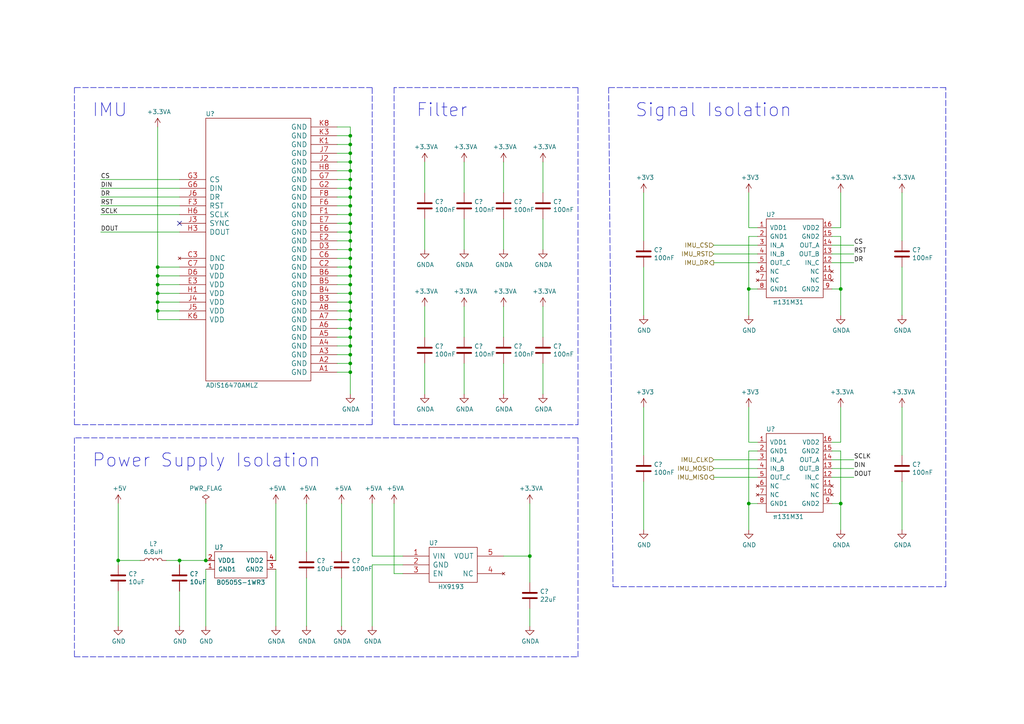
<source format=kicad_sch>
(kicad_sch (version 20211123) (generator eeschema)

  (uuid 7c1dbd41-291a-4aad-bf3b-16497f84df7b)

  (paper "A4")

  (title_block
    (title "MM32_Board")
    (date "2022-01-11")
    (rev "1.0.2")
  )

  (lib_symbols
    (symbol "Device:C" (pin_numbers hide) (pin_names (offset 0.254)) (in_bom yes) (on_board yes)
      (property "Reference" "C" (id 0) (at 0.635 2.54 0)
        (effects (font (size 1.27 1.27)) (justify left))
      )
      (property "Value" "C" (id 1) (at 0.635 -2.54 0)
        (effects (font (size 1.27 1.27)) (justify left))
      )
      (property "Footprint" "" (id 2) (at 0.9652 -3.81 0)
        (effects (font (size 1.27 1.27)) hide)
      )
      (property "Datasheet" "~" (id 3) (at 0 0 0)
        (effects (font (size 1.27 1.27)) hide)
      )
      (property "ki_keywords" "cap capacitor" (id 4) (at 0 0 0)
        (effects (font (size 1.27 1.27)) hide)
      )
      (property "ki_description" "Unpolarized capacitor" (id 5) (at 0 0 0)
        (effects (font (size 1.27 1.27)) hide)
      )
      (property "ki_fp_filters" "C_*" (id 6) (at 0 0 0)
        (effects (font (size 1.27 1.27)) hide)
      )
      (symbol "C_0_1"
        (polyline
          (pts
            (xy -2.032 -0.762)
            (xy 2.032 -0.762)
          )
          (stroke (width 0.508) (type default) (color 0 0 0 0))
          (fill (type none))
        )
        (polyline
          (pts
            (xy -2.032 0.762)
            (xy 2.032 0.762)
          )
          (stroke (width 0.508) (type default) (color 0 0 0 0))
          (fill (type none))
        )
      )
      (symbol "C_1_1"
        (pin passive line (at 0 3.81 270) (length 2.794)
          (name "~" (effects (font (size 1.27 1.27))))
          (number "1" (effects (font (size 1.27 1.27))))
        )
        (pin passive line (at 0 -3.81 90) (length 2.794)
          (name "~" (effects (font (size 1.27 1.27))))
          (number "2" (effects (font (size 1.27 1.27))))
        )
      )
    )
    (symbol "Device:L" (pin_numbers hide) (pin_names (offset 1.016) hide) (in_bom yes) (on_board yes)
      (property "Reference" "L" (id 0) (at -1.27 0 90)
        (effects (font (size 1.27 1.27)))
      )
      (property "Value" "L" (id 1) (at 1.905 0 90)
        (effects (font (size 1.27 1.27)))
      )
      (property "Footprint" "" (id 2) (at 0 0 0)
        (effects (font (size 1.27 1.27)) hide)
      )
      (property "Datasheet" "~" (id 3) (at 0 0 0)
        (effects (font (size 1.27 1.27)) hide)
      )
      (property "ki_keywords" "inductor choke coil reactor magnetic" (id 4) (at 0 0 0)
        (effects (font (size 1.27 1.27)) hide)
      )
      (property "ki_description" "Inductor" (id 5) (at 0 0 0)
        (effects (font (size 1.27 1.27)) hide)
      )
      (property "ki_fp_filters" "Choke_* *Coil* Inductor_* L_*" (id 6) (at 0 0 0)
        (effects (font (size 1.27 1.27)) hide)
      )
      (symbol "L_0_1"
        (arc (start 0 -2.54) (mid 0.635 -1.905) (end 0 -1.27)
          (stroke (width 0) (type default) (color 0 0 0 0))
          (fill (type none))
        )
        (arc (start 0 -1.27) (mid 0.635 -0.635) (end 0 0)
          (stroke (width 0) (type default) (color 0 0 0 0))
          (fill (type none))
        )
        (arc (start 0 0) (mid 0.635 0.635) (end 0 1.27)
          (stroke (width 0) (type default) (color 0 0 0 0))
          (fill (type none))
        )
        (arc (start 0 1.27) (mid 0.635 1.905) (end 0 2.54)
          (stroke (width 0) (type default) (color 0 0 0 0))
          (fill (type none))
        )
      )
      (symbol "L_1_1"
        (pin passive line (at 0 3.81 270) (length 1.27)
          (name "1" (effects (font (size 1.27 1.27))))
          (number "1" (effects (font (size 1.27 1.27))))
        )
        (pin passive line (at 0 -3.81 90) (length 1.27)
          (name "2" (effects (font (size 1.27 1.27))))
          (number "2" (effects (font (size 1.27 1.27))))
        )
      )
    )
    (symbol "MM32_Periph:ADIS16470AMLZ" (pin_names (offset 1.016)) (in_bom yes) (on_board yes)
      (property "Reference" "U" (id 0) (at 1.27 77.47 0)
        (effects (font (size 1.27 1.27)))
      )
      (property "Value" "ADIS16470AMLZ" (id 1) (at 8.89 -1.27 0)
        (effects (font (size 1.27 1.27)))
      )
      (property "Footprint" "" (id 2) (at 1.27 77.47 0)
        (effects (font (size 1.27 1.27)) hide)
      )
      (property "Datasheet" "" (id 3) (at 1.27 77.47 0)
        (effects (font (size 1.27 1.27)) hide)
      )
      (symbol "ADIS16470AMLZ_0_1"
        (rectangle (start 0 76.2) (end 30.48 0)
          (stroke (width 0) (type default) (color 0 0 0 0))
          (fill (type none))
        )
      )
      (symbol "ADIS16470AMLZ_1_1"
        (pin power_in line (at 38.1 2.54 180) (length 7.62)
          (name "GND" (effects (font (size 1.4986 1.4986))))
          (number "A1" (effects (font (size 1.4986 1.4986))))
        )
        (pin power_in line (at 38.1 5.08 180) (length 7.62)
          (name "GND" (effects (font (size 1.4986 1.4986))))
          (number "A2" (effects (font (size 1.4986 1.4986))))
        )
        (pin power_in line (at 38.1 7.62 180) (length 7.62)
          (name "GND" (effects (font (size 1.4986 1.4986))))
          (number "A3" (effects (font (size 1.4986 1.4986))))
        )
        (pin power_in line (at 38.1 10.16 180) (length 7.62)
          (name "GND" (effects (font (size 1.4986 1.4986))))
          (number "A4" (effects (font (size 1.4986 1.4986))))
        )
        (pin power_in line (at 38.1 12.7 180) (length 7.62)
          (name "GND" (effects (font (size 1.4986 1.4986))))
          (number "A5" (effects (font (size 1.4986 1.4986))))
        )
        (pin power_in line (at 38.1 15.24 180) (length 7.62)
          (name "GND" (effects (font (size 1.4986 1.4986))))
          (number "A6" (effects (font (size 1.4986 1.4986))))
        )
        (pin power_in line (at 38.1 17.78 180) (length 7.62)
          (name "GND" (effects (font (size 1.4986 1.4986))))
          (number "A7" (effects (font (size 1.4986 1.4986))))
        )
        (pin power_in line (at 38.1 20.32 180) (length 7.62)
          (name "GND" (effects (font (size 1.4986 1.4986))))
          (number "A8" (effects (font (size 1.4986 1.4986))))
        )
        (pin power_in line (at 38.1 22.86 180) (length 7.62)
          (name "GND" (effects (font (size 1.4986 1.4986))))
          (number "B3" (effects (font (size 1.4986 1.4986))))
        )
        (pin power_in line (at 38.1 25.4 180) (length 7.62)
          (name "GND" (effects (font (size 1.4986 1.4986))))
          (number "B4" (effects (font (size 1.4986 1.4986))))
        )
        (pin power_in line (at 38.1 27.94 180) (length 7.62)
          (name "GND" (effects (font (size 1.4986 1.4986))))
          (number "B5" (effects (font (size 1.4986 1.4986))))
        )
        (pin power_in line (at 38.1 30.48 180) (length 7.62)
          (name "GND" (effects (font (size 1.4986 1.4986))))
          (number "B6" (effects (font (size 1.4986 1.4986))))
        )
        (pin power_in line (at 38.1 33.02 180) (length 7.62)
          (name "GND" (effects (font (size 1.4986 1.4986))))
          (number "C2" (effects (font (size 1.4986 1.4986))))
        )
        (pin no_connect line (at -7.62 35.56 0) (length 7.62)
          (name "DNC" (effects (font (size 1.4986 1.4986))))
          (number "C3" (effects (font (size 1.4986 1.4986))))
        )
        (pin power_in line (at 38.1 35.56 180) (length 7.62)
          (name "GND" (effects (font (size 1.4986 1.4986))))
          (number "C6" (effects (font (size 1.4986 1.4986))))
        )
        (pin power_in line (at -7.62 33.02 0) (length 7.62)
          (name "VDD" (effects (font (size 1.4986 1.4986))))
          (number "C7" (effects (font (size 1.4986 1.4986))))
        )
        (pin power_in line (at 38.1 38.1 180) (length 7.62)
          (name "GND" (effects (font (size 1.4986 1.4986))))
          (number "D3" (effects (font (size 1.4986 1.4986))))
        )
        (pin power_in line (at -7.62 30.48 0) (length 7.62)
          (name "VDD" (effects (font (size 1.4986 1.4986))))
          (number "D6" (effects (font (size 1.4986 1.4986))))
        )
        (pin power_in line (at 38.1 40.64 180) (length 7.62)
          (name "GND" (effects (font (size 1.4986 1.4986))))
          (number "E2" (effects (font (size 1.4986 1.4986))))
        )
        (pin power_in line (at -7.62 27.94 0) (length 7.62)
          (name "VDD" (effects (font (size 1.4986 1.4986))))
          (number "E3" (effects (font (size 1.4986 1.4986))))
        )
        (pin power_in line (at 38.1 43.18 180) (length 7.62)
          (name "GND" (effects (font (size 1.4986 1.4986))))
          (number "E6" (effects (font (size 1.4986 1.4986))))
        )
        (pin power_in line (at 38.1 45.72 180) (length 7.62)
          (name "GND" (effects (font (size 1.4986 1.4986))))
          (number "E7" (effects (font (size 1.4986 1.4986))))
        )
        (pin power_in line (at 38.1 48.26 180) (length 7.62)
          (name "GND" (effects (font (size 1.4986 1.4986))))
          (number "F1" (effects (font (size 1.4986 1.4986))))
        )
        (pin input line (at -7.62 50.8 0) (length 7.62)
          (name "RST" (effects (font (size 1.4986 1.4986))))
          (number "F3" (effects (font (size 1.4986 1.4986))))
        )
        (pin power_in line (at 38.1 50.8 180) (length 7.62)
          (name "GND" (effects (font (size 1.4986 1.4986))))
          (number "F6" (effects (font (size 1.4986 1.4986))))
        )
        (pin power_in line (at 38.1 53.34 180) (length 7.62)
          (name "GND" (effects (font (size 1.4986 1.4986))))
          (number "F8" (effects (font (size 1.4986 1.4986))))
        )
        (pin power_in line (at 38.1 55.88 180) (length 7.62)
          (name "GND" (effects (font (size 1.4986 1.4986))))
          (number "G2" (effects (font (size 1.4986 1.4986))))
        )
        (pin input line (at -7.62 58.42 0) (length 7.62)
          (name "CS" (effects (font (size 1.4986 1.4986))))
          (number "G3" (effects (font (size 1.4986 1.4986))))
        )
        (pin input line (at -7.62 55.88 0) (length 7.62)
          (name "DIN" (effects (font (size 1.4986 1.4986))))
          (number "G6" (effects (font (size 1.4986 1.4986))))
        )
        (pin power_in line (at 38.1 58.42 180) (length 7.62)
          (name "GND" (effects (font (size 1.4986 1.4986))))
          (number "G7" (effects (font (size 1.4986 1.4986))))
        )
        (pin power_in line (at -7.62 25.4 0) (length 7.62)
          (name "VDD" (effects (font (size 1.4986 1.4986))))
          (number "H1" (effects (font (size 1.4986 1.4986))))
        )
        (pin output line (at -7.62 43.18 0) (length 7.62)
          (name "DOUT" (effects (font (size 1.4986 1.4986))))
          (number "H3" (effects (font (size 1.4986 1.4986))))
        )
        (pin input line (at -7.62 48.26 0) (length 7.62)
          (name "SCLK" (effects (font (size 1.4986 1.4986))))
          (number "H6" (effects (font (size 1.4986 1.4986))))
        )
        (pin power_in line (at 38.1 60.96 180) (length 7.62)
          (name "GND" (effects (font (size 1.4986 1.4986))))
          (number "H8" (effects (font (size 1.4986 1.4986))))
        )
        (pin power_in line (at 38.1 63.5 180) (length 7.62)
          (name "GND" (effects (font (size 1.4986 1.4986))))
          (number "J2" (effects (font (size 1.4986 1.4986))))
        )
        (pin input line (at -7.62 45.72 0) (length 7.62)
          (name "SYNC" (effects (font (size 1.4986 1.4986))))
          (number "J3" (effects (font (size 1.4986 1.4986))))
        )
        (pin power_in line (at -7.62 22.86 0) (length 7.62)
          (name "VDD" (effects (font (size 1.4986 1.4986))))
          (number "J4" (effects (font (size 1.4986 1.4986))))
        )
        (pin power_in line (at -7.62 20.32 0) (length 7.62)
          (name "VDD" (effects (font (size 1.4986 1.4986))))
          (number "J5" (effects (font (size 1.4986 1.4986))))
        )
        (pin output line (at -7.62 53.34 0) (length 7.62)
          (name "DR" (effects (font (size 1.4986 1.4986))))
          (number "J6" (effects (font (size 1.4986 1.4986))))
        )
        (pin power_in line (at 38.1 66.04 180) (length 7.62)
          (name "GND" (effects (font (size 1.4986 1.4986))))
          (number "J7" (effects (font (size 1.4986 1.4986))))
        )
        (pin power_in line (at 38.1 68.58 180) (length 7.62)
          (name "GND" (effects (font (size 1.4986 1.4986))))
          (number "K1" (effects (font (size 1.4986 1.4986))))
        )
        (pin power_in line (at 38.1 71.12 180) (length 7.62)
          (name "GND" (effects (font (size 1.4986 1.4986))))
          (number "K3" (effects (font (size 1.4986 1.4986))))
        )
        (pin power_in line (at -7.62 17.78 0) (length 7.62)
          (name "VDD" (effects (font (size 1.4986 1.4986))))
          (number "K6" (effects (font (size 1.4986 1.4986))))
        )
        (pin power_in line (at 38.1 73.66 180) (length 7.62)
          (name "GND" (effects (font (size 1.4986 1.4986))))
          (number "K8" (effects (font (size 1.4986 1.4986))))
        )
      )
    )
    (symbol "MM32_Periph:B0505S-1WR3" (pin_names (offset 1.016)) (in_bom yes) (on_board yes)
      (property "Reference" "U" (id 0) (at 1.27 8.89 0)
        (effects (font (size 1.27 1.27)))
      )
      (property "Value" "B0505S-1WR3" (id 1) (at 7.62 -1.27 0)
        (effects (font (size 1.27 1.27)))
      )
      (property "Footprint" "Package_SIP:SIP-4_B0505S_1WR3" (id 2) (at 7.62 -3.81 0)
        (effects (font (size 1.27 1.27)) hide)
      )
      (property "Datasheet" "" (id 3) (at 0 0 0)
        (effects (font (size 1.27 1.27)) hide)
      )
      (symbol "B0505S-1WR3_0_1"
        (rectangle (start 0 7.62) (end 15.24 0)
          (stroke (width 0) (type default) (color 0 0 0 0))
          (fill (type none))
        )
      )
      (symbol "B0505S-1WR3_1_1"
        (pin power_in line (at -2.54 2.54 0) (length 2.54)
          (name "GND1" (effects (font (size 1.27 1.27))))
          (number "1" (effects (font (size 1.27 1.27))))
        )
        (pin power_in line (at -2.54 5.08 0) (length 2.54)
          (name "VDD1" (effects (font (size 1.27 1.27))))
          (number "2" (effects (font (size 1.27 1.27))))
        )
        (pin power_out line (at 17.78 2.54 180) (length 2.54)
          (name "GND2" (effects (font (size 1.27 1.27))))
          (number "3" (effects (font (size 1.27 1.27))))
        )
        (pin power_out line (at 17.78 5.08 180) (length 2.54)
          (name "VDD2" (effects (font (size 1.27 1.27))))
          (number "4" (effects (font (size 1.27 1.27))))
        )
      )
    )
    (symbol "MM32_Periph:HX9193" (pin_names (offset 1.016)) (in_bom yes) (on_board yes)
      (property "Reference" "U" (id 0) (at 1.27 11.43 0)
        (effects (font (size 1.27 1.27)))
      )
      (property "Value" "HX9193" (id 1) (at 5.08 -1.27 0)
        (effects (font (size 1.27 1.27)))
      )
      (property "Footprint" "Package_TO_SOT_SMD:SOT-23-5" (id 2) (at 6.35 -3.81 0)
        (effects (font (size 1.27 1.27)) hide)
      )
      (property "Datasheet" "" (id 3) (at 0 0 0)
        (effects (font (size 1.27 1.27)) hide)
      )
      (symbol "HX9193_0_1"
        (rectangle (start 0 10.16) (end 13.97 0)
          (stroke (width 0) (type default) (color 0 0 0 0))
          (fill (type none))
        )
      )
      (symbol "HX9193_1_1"
        (pin power_in line (at -7.62 7.62 0) (length 7.62)
          (name "VIN" (effects (font (size 1.4986 1.4986))))
          (number "1" (effects (font (size 1.4986 1.4986))))
        )
        (pin power_in line (at -7.62 5.08 0) (length 7.62)
          (name "GND" (effects (font (size 1.4986 1.4986))))
          (number "2" (effects (font (size 1.4986 1.4986))))
        )
        (pin input line (at -7.62 2.54 0) (length 7.62)
          (name "EN" (effects (font (size 1.4986 1.4986))))
          (number "3" (effects (font (size 1.4986 1.4986))))
        )
        (pin no_connect line (at 21.59 2.54 180) (length 7.62)
          (name "NC" (effects (font (size 1.4986 1.4986))))
          (number "4" (effects (font (size 1.4986 1.4986))))
        )
        (pin power_out line (at 21.59 7.62 180) (length 7.62)
          (name "VOUT" (effects (font (size 1.4986 1.4986))))
          (number "5" (effects (font (size 1.4986 1.4986))))
        )
      )
    )
    (symbol "MM32_Periph:π131M31" (pin_names (offset 1.016)) (in_bom yes) (on_board yes)
      (property "Reference" "U" (id 0) (at 2.54 24.13 0)
        (effects (font (size 1.27 1.27)))
      )
      (property "Value" "π131M31" (id 1) (at 7.62 -1.27 0)
        (effects (font (size 1.27 1.27)))
      )
      (property "Footprint" "Package_SO:SOIC-16_3.9x9.9mm_P1.27mm" (id 2) (at 10.16 -3.81 0)
        (effects (font (size 1.27 1.27)) hide)
      )
      (property "Datasheet" "" (id 3) (at 2.54 24.13 0)
        (effects (font (size 1.27 1.27)) hide)
      )
      (symbol "π131M31_0_1"
        (rectangle (start 0 22.86) (end 16.51 0)
          (stroke (width 0) (type default) (color 0 0 0 0))
          (fill (type none))
        )
      )
      (symbol "π131M31_1_1"
        (pin power_in line (at -2.54 20.32 0) (length 2.54)
          (name "VDD1" (effects (font (size 1.27 1.27))))
          (number "1" (effects (font (size 1.27 1.27))))
        )
        (pin no_connect line (at 19.05 5.08 180) (length 2.54)
          (name "NC" (effects (font (size 1.27 1.27))))
          (number "10" (effects (font (size 1.27 1.27))))
        )
        (pin no_connect line (at 19.05 7.62 180) (length 2.54)
          (name "NC" (effects (font (size 1.27 1.27))))
          (number "11" (effects (font (size 1.27 1.27))))
        )
        (pin input line (at 19.05 10.16 180) (length 2.54)
          (name "IN_C" (effects (font (size 1.27 1.27))))
          (number "12" (effects (font (size 1.27 1.27))))
        )
        (pin output line (at 19.05 12.7 180) (length 2.54)
          (name "OUT_B" (effects (font (size 1.27 1.27))))
          (number "13" (effects (font (size 1.27 1.27))))
        )
        (pin output line (at 19.05 15.24 180) (length 2.54)
          (name "OUT_A" (effects (font (size 1.27 1.27))))
          (number "14" (effects (font (size 1.27 1.27))))
        )
        (pin power_in line (at 19.05 17.78 180) (length 2.54)
          (name "GND2" (effects (font (size 1.27 1.27))))
          (number "15" (effects (font (size 1.27 1.27))))
        )
        (pin power_in line (at 19.05 20.32 180) (length 2.54)
          (name "VDD2" (effects (font (size 1.27 1.27))))
          (number "16" (effects (font (size 1.27 1.27))))
        )
        (pin power_in line (at -2.54 17.78 0) (length 2.54)
          (name "GND1" (effects (font (size 1.27 1.27))))
          (number "2" (effects (font (size 1.27 1.27))))
        )
        (pin input line (at -2.54 15.24 0) (length 2.54)
          (name "IN_A" (effects (font (size 1.27 1.27))))
          (number "3" (effects (font (size 1.27 1.27))))
        )
        (pin input line (at -2.54 12.7 0) (length 2.54)
          (name "IN_B" (effects (font (size 1.27 1.27))))
          (number "4" (effects (font (size 1.27 1.27))))
        )
        (pin output line (at -2.54 10.16 0) (length 2.54)
          (name "OUT_C" (effects (font (size 1.27 1.27))))
          (number "5" (effects (font (size 1.27 1.27))))
        )
        (pin no_connect line (at -2.54 7.62 0) (length 2.54)
          (name "NC" (effects (font (size 1.27 1.27))))
          (number "6" (effects (font (size 1.27 1.27))))
        )
        (pin no_connect line (at -2.54 5.08 0) (length 2.54)
          (name "NC" (effects (font (size 1.27 1.27))))
          (number "7" (effects (font (size 1.27 1.27))))
        )
        (pin power_in line (at -2.54 2.54 0) (length 2.54)
          (name "GND1" (effects (font (size 1.27 1.27))))
          (number "8" (effects (font (size 1.27 1.27))))
        )
        (pin power_in line (at 19.05 2.54 180) (length 2.54)
          (name "GND2" (effects (font (size 1.27 1.27))))
          (number "9" (effects (font (size 1.27 1.27))))
        )
      )
    )
    (symbol "power:+3.3V" (power) (pin_names (offset 0)) (in_bom yes) (on_board yes)
      (property "Reference" "#PWR" (id 0) (at 0 -3.81 0)
        (effects (font (size 1.27 1.27)) hide)
      )
      (property "Value" "+3.3V" (id 1) (at 0 3.556 0)
        (effects (font (size 1.27 1.27)))
      )
      (property "Footprint" "" (id 2) (at 0 0 0)
        (effects (font (size 1.27 1.27)) hide)
      )
      (property "Datasheet" "" (id 3) (at 0 0 0)
        (effects (font (size 1.27 1.27)) hide)
      )
      (property "ki_keywords" "power-flag" (id 4) (at 0 0 0)
        (effects (font (size 1.27 1.27)) hide)
      )
      (property "ki_description" "Power symbol creates a global label with name \"+3.3V\"" (id 5) (at 0 0 0)
        (effects (font (size 1.27 1.27)) hide)
      )
      (symbol "+3.3V_0_1"
        (polyline
          (pts
            (xy -0.762 1.27)
            (xy 0 2.54)
          )
          (stroke (width 0) (type default) (color 0 0 0 0))
          (fill (type none))
        )
        (polyline
          (pts
            (xy 0 0)
            (xy 0 2.54)
          )
          (stroke (width 0) (type default) (color 0 0 0 0))
          (fill (type none))
        )
        (polyline
          (pts
            (xy 0 2.54)
            (xy 0.762 1.27)
          )
          (stroke (width 0) (type default) (color 0 0 0 0))
          (fill (type none))
        )
      )
      (symbol "+3.3V_1_1"
        (pin power_in line (at 0 0 90) (length 0) hide
          (name "+3V3" (effects (font (size 1.27 1.27))))
          (number "1" (effects (font (size 1.27 1.27))))
        )
      )
    )
    (symbol "power:+3.3VA" (power) (pin_names (offset 0)) (in_bom yes) (on_board yes)
      (property "Reference" "#PWR" (id 0) (at 0 -3.81 0)
        (effects (font (size 1.27 1.27)) hide)
      )
      (property "Value" "+3.3VA" (id 1) (at 0 3.556 0)
        (effects (font (size 1.27 1.27)))
      )
      (property "Footprint" "" (id 2) (at 0 0 0)
        (effects (font (size 1.27 1.27)) hide)
      )
      (property "Datasheet" "" (id 3) (at 0 0 0)
        (effects (font (size 1.27 1.27)) hide)
      )
      (property "ki_keywords" "power-flag" (id 4) (at 0 0 0)
        (effects (font (size 1.27 1.27)) hide)
      )
      (property "ki_description" "Power symbol creates a global label with name \"+3.3VA\"" (id 5) (at 0 0 0)
        (effects (font (size 1.27 1.27)) hide)
      )
      (symbol "+3.3VA_0_1"
        (polyline
          (pts
            (xy -0.762 1.27)
            (xy 0 2.54)
          )
          (stroke (width 0) (type default) (color 0 0 0 0))
          (fill (type none))
        )
        (polyline
          (pts
            (xy 0 0)
            (xy 0 2.54)
          )
          (stroke (width 0) (type default) (color 0 0 0 0))
          (fill (type none))
        )
        (polyline
          (pts
            (xy 0 2.54)
            (xy 0.762 1.27)
          )
          (stroke (width 0) (type default) (color 0 0 0 0))
          (fill (type none))
        )
      )
      (symbol "+3.3VA_1_1"
        (pin power_in line (at 0 0 90) (length 0) hide
          (name "+3.3VA" (effects (font (size 1.27 1.27))))
          (number "1" (effects (font (size 1.27 1.27))))
        )
      )
    )
    (symbol "power:+5V" (power) (pin_names (offset 0)) (in_bom yes) (on_board yes)
      (property "Reference" "#PWR" (id 0) (at 0 -3.81 0)
        (effects (font (size 1.27 1.27)) hide)
      )
      (property "Value" "+5V" (id 1) (at 0 3.556 0)
        (effects (font (size 1.27 1.27)))
      )
      (property "Footprint" "" (id 2) (at 0 0 0)
        (effects (font (size 1.27 1.27)) hide)
      )
      (property "Datasheet" "" (id 3) (at 0 0 0)
        (effects (font (size 1.27 1.27)) hide)
      )
      (property "ki_keywords" "power-flag" (id 4) (at 0 0 0)
        (effects (font (size 1.27 1.27)) hide)
      )
      (property "ki_description" "Power symbol creates a global label with name \"+5V\"" (id 5) (at 0 0 0)
        (effects (font (size 1.27 1.27)) hide)
      )
      (symbol "+5V_0_1"
        (polyline
          (pts
            (xy -0.762 1.27)
            (xy 0 2.54)
          )
          (stroke (width 0) (type default) (color 0 0 0 0))
          (fill (type none))
        )
        (polyline
          (pts
            (xy 0 0)
            (xy 0 2.54)
          )
          (stroke (width 0) (type default) (color 0 0 0 0))
          (fill (type none))
        )
        (polyline
          (pts
            (xy 0 2.54)
            (xy 0.762 1.27)
          )
          (stroke (width 0) (type default) (color 0 0 0 0))
          (fill (type none))
        )
      )
      (symbol "+5V_1_1"
        (pin power_in line (at 0 0 90) (length 0) hide
          (name "+5V" (effects (font (size 1.27 1.27))))
          (number "1" (effects (font (size 1.27 1.27))))
        )
      )
    )
    (symbol "power:+5VA" (power) (pin_names (offset 0)) (in_bom yes) (on_board yes)
      (property "Reference" "#PWR" (id 0) (at 0 -3.81 0)
        (effects (font (size 1.27 1.27)) hide)
      )
      (property "Value" "+5VA" (id 1) (at 0 3.556 0)
        (effects (font (size 1.27 1.27)))
      )
      (property "Footprint" "" (id 2) (at 0 0 0)
        (effects (font (size 1.27 1.27)) hide)
      )
      (property "Datasheet" "" (id 3) (at 0 0 0)
        (effects (font (size 1.27 1.27)) hide)
      )
      (property "ki_keywords" "power-flag" (id 4) (at 0 0 0)
        (effects (font (size 1.27 1.27)) hide)
      )
      (property "ki_description" "Power symbol creates a global label with name \"+5VA\"" (id 5) (at 0 0 0)
        (effects (font (size 1.27 1.27)) hide)
      )
      (symbol "+5VA_0_1"
        (polyline
          (pts
            (xy -0.762 1.27)
            (xy 0 2.54)
          )
          (stroke (width 0) (type default) (color 0 0 0 0))
          (fill (type none))
        )
        (polyline
          (pts
            (xy 0 0)
            (xy 0 2.54)
          )
          (stroke (width 0) (type default) (color 0 0 0 0))
          (fill (type none))
        )
        (polyline
          (pts
            (xy 0 2.54)
            (xy 0.762 1.27)
          )
          (stroke (width 0) (type default) (color 0 0 0 0))
          (fill (type none))
        )
      )
      (symbol "+5VA_1_1"
        (pin power_in line (at 0 0 90) (length 0) hide
          (name "+5VA" (effects (font (size 1.27 1.27))))
          (number "1" (effects (font (size 1.27 1.27))))
        )
      )
    )
    (symbol "power:GND" (power) (pin_names (offset 0)) (in_bom yes) (on_board yes)
      (property "Reference" "#PWR" (id 0) (at 0 -6.35 0)
        (effects (font (size 1.27 1.27)) hide)
      )
      (property "Value" "GND" (id 1) (at 0 -3.81 0)
        (effects (font (size 1.27 1.27)))
      )
      (property "Footprint" "" (id 2) (at 0 0 0)
        (effects (font (size 1.27 1.27)) hide)
      )
      (property "Datasheet" "" (id 3) (at 0 0 0)
        (effects (font (size 1.27 1.27)) hide)
      )
      (property "ki_keywords" "power-flag" (id 4) (at 0 0 0)
        (effects (font (size 1.27 1.27)) hide)
      )
      (property "ki_description" "Power symbol creates a global label with name \"GND\" , ground" (id 5) (at 0 0 0)
        (effects (font (size 1.27 1.27)) hide)
      )
      (symbol "GND_0_1"
        (polyline
          (pts
            (xy 0 0)
            (xy 0 -1.27)
            (xy 1.27 -1.27)
            (xy 0 -2.54)
            (xy -1.27 -1.27)
            (xy 0 -1.27)
          )
          (stroke (width 0) (type default) (color 0 0 0 0))
          (fill (type none))
        )
      )
      (symbol "GND_1_1"
        (pin power_in line (at 0 0 270) (length 0) hide
          (name "GND" (effects (font (size 1.27 1.27))))
          (number "1" (effects (font (size 1.27 1.27))))
        )
      )
    )
    (symbol "power:GNDA" (power) (pin_names (offset 0)) (in_bom yes) (on_board yes)
      (property "Reference" "#PWR" (id 0) (at 0 -6.35 0)
        (effects (font (size 1.27 1.27)) hide)
      )
      (property "Value" "GNDA" (id 1) (at 0 -3.81 0)
        (effects (font (size 1.27 1.27)))
      )
      (property "Footprint" "" (id 2) (at 0 0 0)
        (effects (font (size 1.27 1.27)) hide)
      )
      (property "Datasheet" "" (id 3) (at 0 0 0)
        (effects (font (size 1.27 1.27)) hide)
      )
      (property "ki_keywords" "power-flag" (id 4) (at 0 0 0)
        (effects (font (size 1.27 1.27)) hide)
      )
      (property "ki_description" "Power symbol creates a global label with name \"GNDA\" , analog ground" (id 5) (at 0 0 0)
        (effects (font (size 1.27 1.27)) hide)
      )
      (symbol "GNDA_0_1"
        (polyline
          (pts
            (xy 0 0)
            (xy 0 -1.27)
            (xy 1.27 -1.27)
            (xy 0 -2.54)
            (xy -1.27 -1.27)
            (xy 0 -1.27)
          )
          (stroke (width 0) (type default) (color 0 0 0 0))
          (fill (type none))
        )
      )
      (symbol "GNDA_1_1"
        (pin power_in line (at 0 0 270) (length 0) hide
          (name "GNDA" (effects (font (size 1.27 1.27))))
          (number "1" (effects (font (size 1.27 1.27))))
        )
      )
    )
    (symbol "power:PWR_FLAG" (power) (pin_numbers hide) (pin_names (offset 0) hide) (in_bom yes) (on_board yes)
      (property "Reference" "#FLG" (id 0) (at 0 1.905 0)
        (effects (font (size 1.27 1.27)) hide)
      )
      (property "Value" "PWR_FLAG" (id 1) (at 0 3.81 0)
        (effects (font (size 1.27 1.27)))
      )
      (property "Footprint" "" (id 2) (at 0 0 0)
        (effects (font (size 1.27 1.27)) hide)
      )
      (property "Datasheet" "~" (id 3) (at 0 0 0)
        (effects (font (size 1.27 1.27)) hide)
      )
      (property "ki_keywords" "power-flag" (id 4) (at 0 0 0)
        (effects (font (size 1.27 1.27)) hide)
      )
      (property "ki_description" "Special symbol for telling ERC where power comes from" (id 5) (at 0 0 0)
        (effects (font (size 1.27 1.27)) hide)
      )
      (symbol "PWR_FLAG_0_0"
        (pin power_out line (at 0 0 90) (length 0)
          (name "pwr" (effects (font (size 1.27 1.27))))
          (number "1" (effects (font (size 1.27 1.27))))
        )
      )
      (symbol "PWR_FLAG_0_1"
        (polyline
          (pts
            (xy 0 0)
            (xy 0 1.27)
            (xy -1.016 1.905)
            (xy 0 2.54)
            (xy 1.016 1.905)
            (xy 0 1.27)
          )
          (stroke (width 0) (type default) (color 0 0 0 0))
          (fill (type none))
        )
      )
    )
  )

  (junction (at 101.6 100.33) (diameter 0) (color 0 0 0 0)
    (uuid 0667208e-872f-444a-9ed0-78a1b5f392d2)
  )
  (junction (at 101.6 92.71) (diameter 0) (color 0 0 0 0)
    (uuid 0d1c133a-5b0b-4fe0-b915-2f72b13b37e9)
  )
  (junction (at 101.6 72.39) (diameter 0) (color 0 0 0 0)
    (uuid 1bb16fed-1537-47fa-90f6-8dc136da5d16)
  )
  (junction (at 101.6 105.41) (diameter 0) (color 0 0 0 0)
    (uuid 217a6ab0-8c75-4e09-8113-c7b7b906da43)
  )
  (junction (at 101.6 102.87) (diameter 0) (color 0 0 0 0)
    (uuid 22fd57c4-481e-4417-b920-694451210da2)
  )
  (junction (at 217.17 83.82) (diameter 0) (color 0 0 0 0)
    (uuid 26edc121-4167-44e5-9aaf-65f4ac255233)
  )
  (junction (at 101.6 95.25) (diameter 0) (color 0 0 0 0)
    (uuid 3f1d3b22-3ba1-4783-af8d-526bce7c36db)
  )
  (junction (at 34.29 162.56) (diameter 0) (color 0 0 0 0)
    (uuid 42b7a68a-3837-4773-af68-a35059da48c3)
  )
  (junction (at 101.6 74.93) (diameter 0) (color 0 0 0 0)
    (uuid 443de8e6-6c50-4145-a643-8098c9ffc1e6)
  )
  (junction (at 101.6 64.77) (diameter 0) (color 0 0 0 0)
    (uuid 5da06777-0696-4bb2-8c9a-78c96b4b3e90)
  )
  (junction (at 101.6 49.53) (diameter 0) (color 0 0 0 0)
    (uuid 62c6f8ce-78e5-4ab3-bb01-2fcb0df87aa6)
  )
  (junction (at 101.6 82.55) (diameter 0) (color 0 0 0 0)
    (uuid 63892cea-0371-47b0-925d-c40106168946)
  )
  (junction (at 45.72 80.01) (diameter 0) (color 0 0 0 0)
    (uuid 66ee8aac-1ba7-441e-b772-397a32c7c475)
  )
  (junction (at 153.67 161.29) (diameter 0) (color 0 0 0 0)
    (uuid 67320774-1745-4c89-bec7-2213f7bb7ecc)
  )
  (junction (at 52.07 162.56) (diameter 0) (color 0 0 0 0)
    (uuid 7308e13a-4809-4e8e-af65-9905819aa376)
  )
  (junction (at 59.69 162.56) (diameter 0) (color 0 0 0 0)
    (uuid 7badec54-dd0c-405a-acf1-25eff9460213)
  )
  (junction (at 101.6 44.45) (diameter 0) (color 0 0 0 0)
    (uuid 858b182d-fdce-45a6-8c3a-626e9f7a9971)
  )
  (junction (at 45.72 90.17) (diameter 0) (color 0 0 0 0)
    (uuid 8ac2bac7-c686-402e-9f05-089e132647d2)
  )
  (junction (at 101.6 59.69) (diameter 0) (color 0 0 0 0)
    (uuid 95aed042-4cef-4360-9184-83bbe2dcfbaa)
  )
  (junction (at 101.6 97.79) (diameter 0) (color 0 0 0 0)
    (uuid 969d876f-dc87-40bf-9e96-03cbb9ea5e82)
  )
  (junction (at 101.6 46.99) (diameter 0) (color 0 0 0 0)
    (uuid a543a4a0-b8e2-45a4-be48-7207020a5b1f)
  )
  (junction (at 101.6 54.61) (diameter 0) (color 0 0 0 0)
    (uuid aeae1c08-0511-41ff-896d-95b95a86eb35)
  )
  (junction (at 101.6 85.09) (diameter 0) (color 0 0 0 0)
    (uuid b45faf1e-b7a2-4d73-9833-db84a2fde78b)
  )
  (junction (at 243.84 146.05) (diameter 0) (color 0 0 0 0)
    (uuid b6e7e52e-fa7c-4663-b29b-8d72461a55fb)
  )
  (junction (at 45.72 77.47) (diameter 0) (color 0 0 0 0)
    (uuid bcd0d850-a20d-42e1-b97f-b14f9222717c)
  )
  (junction (at 101.6 77.47) (diameter 0) (color 0 0 0 0)
    (uuid c60045a9-c6dd-4a1d-b776-92c82360c330)
  )
  (junction (at 101.6 39.37) (diameter 0) (color 0 0 0 0)
    (uuid c94b6f38-b2c7-494d-9fba-9edbdd8e122a)
  )
  (junction (at 45.72 82.55) (diameter 0) (color 0 0 0 0)
    (uuid cdea6ba1-cc65-46ec-9776-a403fa76c4fe)
  )
  (junction (at 243.84 83.82) (diameter 0) (color 0 0 0 0)
    (uuid ce4b6c19-1441-4e43-8af4-a7f34dfbb538)
  )
  (junction (at 101.6 41.91) (diameter 0) (color 0 0 0 0)
    (uuid d26fce45-c1d6-42bc-931d-972bf3799097)
  )
  (junction (at 101.6 80.01) (diameter 0) (color 0 0 0 0)
    (uuid d37a42c4-6950-4517-b4dd-96056acf0925)
  )
  (junction (at 101.6 67.31) (diameter 0) (color 0 0 0 0)
    (uuid e73ef891-c9f9-42ab-894b-b2580ee0b0a1)
  )
  (junction (at 217.17 146.05) (diameter 0) (color 0 0 0 0)
    (uuid ea3cd08e-2d6a-4ba3-9c39-87a3d44d2015)
  )
  (junction (at 45.72 85.09) (diameter 0) (color 0 0 0 0)
    (uuid ec0137ed-9765-4dfb-9cee-4a1826ddb19d)
  )
  (junction (at 101.6 62.23) (diameter 0) (color 0 0 0 0)
    (uuid ec1ade12-3e4c-4517-be56-01c5cfbeed11)
  )
  (junction (at 101.6 87.63) (diameter 0) (color 0 0 0 0)
    (uuid ec7073f7-f754-4ee6-a977-3d11d16480f8)
  )
  (junction (at 45.72 87.63) (diameter 0) (color 0 0 0 0)
    (uuid f56e10b5-909a-4bf7-b9bb-b5663dc8fff0)
  )
  (junction (at 101.6 52.07) (diameter 0) (color 0 0 0 0)
    (uuid f8db64f8-1695-46e3-9667-49f16b5c734b)
  )
  (junction (at 101.6 107.95) (diameter 0) (color 0 0 0 0)
    (uuid f8df4375-570f-4eb0-868e-4f350bd24547)
  )
  (junction (at 101.6 69.85) (diameter 0) (color 0 0 0 0)
    (uuid f8e927af-4836-4b0f-8a57-dbca5a18a442)
  )
  (junction (at 101.6 90.17) (diameter 0) (color 0 0 0 0)
    (uuid f99552ce-0729-4ada-aef3-5686270d7c4d)
  )
  (junction (at 101.6 57.15) (diameter 0) (color 0 0 0 0)
    (uuid fc329e60-968a-4f61-ba77-53d29ff8c1c7)
  )

  (no_connect (at 52.07 64.77) (uuid a2306fdc-d8f4-42ce-83f7-03c3d3fe62be))

  (wire (pts (xy 97.79 46.99) (xy 101.6 46.99))
    (stroke (width 0) (type default) (color 0 0 0 0))
    (uuid 00627221-b0fd-448e-b5a6-250d249697c2)
  )
  (wire (pts (xy 146.05 46.99) (xy 146.05 55.88))
    (stroke (width 0) (type default) (color 0 0 0 0))
    (uuid 01caafb3-af8a-4642-870c-c290b286d040)
  )
  (wire (pts (xy 52.07 67.31) (xy 29.21 67.31))
    (stroke (width 0) (type default) (color 0 0 0 0))
    (uuid 0452da17-4ccf-4bdc-9fc3-b0a09600bd55)
  )
  (wire (pts (xy 101.6 62.23) (xy 101.6 59.69))
    (stroke (width 0) (type default) (color 0 0 0 0))
    (uuid 064853d1-fee5-4dc2-a187-8cbdd26d3919)
  )
  (wire (pts (xy 146.05 63.5) (xy 146.05 72.39))
    (stroke (width 0) (type default) (color 0 0 0 0))
    (uuid 0648b195-3f37-49a2-a952-4c5886b521de)
  )
  (wire (pts (xy 59.69 181.61) (xy 59.69 165.1))
    (stroke (width 0) (type default) (color 0 0 0 0))
    (uuid 08d1dac8-0d6e-4029-9a06-c8863d7fbd51)
  )
  (wire (pts (xy 99.06 167.64) (xy 99.06 181.61))
    (stroke (width 0) (type default) (color 0 0 0 0))
    (uuid 09741e1c-c412-4f50-b5b7-03d5820a1bad)
  )
  (wire (pts (xy 88.9 167.64) (xy 88.9 181.61))
    (stroke (width 0) (type default) (color 0 0 0 0))
    (uuid 0a83f85d-78ad-480a-a5ba-773caced8f09)
  )
  (wire (pts (xy 123.19 63.5) (xy 123.19 72.39))
    (stroke (width 0) (type default) (color 0 0 0 0))
    (uuid 0c345fc5-964b-48c0-9452-55507c868edc)
  )
  (wire (pts (xy 101.6 77.47) (xy 101.6 74.93))
    (stroke (width 0) (type default) (color 0 0 0 0))
    (uuid 0c75753f-ac98-42bf-95d0-ee8de408989d)
  )
  (wire (pts (xy 114.3 166.37) (xy 116.84 166.37))
    (stroke (width 0) (type default) (color 0 0 0 0))
    (uuid 0d678ff1-21aa-4e6f-ae06-abf24406f3c8)
  )
  (wire (pts (xy 97.79 57.15) (xy 101.6 57.15))
    (stroke (width 0) (type default) (color 0 0 0 0))
    (uuid 0d7333ca-0587-43cb-9af7-f59016c85820)
  )
  (wire (pts (xy 261.62 118.11) (xy 261.62 132.08))
    (stroke (width 0) (type default) (color 0 0 0 0))
    (uuid 0dcb5ab5-f291-489d-b2bc-0f0b25b801ee)
  )
  (wire (pts (xy 261.62 77.47) (xy 261.62 91.44))
    (stroke (width 0) (type default) (color 0 0 0 0))
    (uuid 0e1c6bbc-4cc4-4ce9-b48a-8292bb286da8)
  )
  (wire (pts (xy 45.72 90.17) (xy 45.72 92.71))
    (stroke (width 0) (type default) (color 0 0 0 0))
    (uuid 0ea0e524-3bbd-4f05-896d-54b702c204b2)
  )
  (wire (pts (xy 97.79 69.85) (xy 101.6 69.85))
    (stroke (width 0) (type default) (color 0 0 0 0))
    (uuid 0fffb828-f291-41d3-a83c-4eaa3df13f3a)
  )
  (polyline (pts (xy 167.64 190.5) (xy 167.64 127))
    (stroke (width 0) (type default) (color 0 0 0 0))
    (uuid 10e5ae6d-e43e-4ff8-abc5-fd9df16782da)
  )

  (wire (pts (xy 45.72 85.09) (xy 45.72 87.63))
    (stroke (width 0) (type default) (color 0 0 0 0))
    (uuid 12721b60-b423-4830-af94-c68b76872f05)
  )
  (wire (pts (xy 243.84 83.82) (xy 243.84 91.44))
    (stroke (width 0) (type default) (color 0 0 0 0))
    (uuid 12c9f3e1-9431-42f8-b6f8-fb6fd35fc1cb)
  )
  (wire (pts (xy 157.48 88.9) (xy 157.48 97.79))
    (stroke (width 0) (type default) (color 0 0 0 0))
    (uuid 1354903a-b7d2-4e04-b220-6c6c8f058ef7)
  )
  (wire (pts (xy 97.79 77.47) (xy 101.6 77.47))
    (stroke (width 0) (type default) (color 0 0 0 0))
    (uuid 168e91de-8892-4570-a62e-0a6a88daec47)
  )
  (polyline (pts (xy 21.59 123.19) (xy 107.95 123.19))
    (stroke (width 0) (type default) (color 0 0 0 0))
    (uuid 17a6bac3-e9f6-495e-be83-418646662ace)
  )

  (wire (pts (xy 97.79 62.23) (xy 101.6 62.23))
    (stroke (width 0) (type default) (color 0 0 0 0))
    (uuid 1ba3e338-9465-4844-8361-6715d7885c15)
  )
  (wire (pts (xy 45.72 87.63) (xy 52.07 87.63))
    (stroke (width 0) (type default) (color 0 0 0 0))
    (uuid 1d20c966-0439-42a1-b5e3-5e76b52f827f)
  )
  (wire (pts (xy 101.6 64.77) (xy 101.6 62.23))
    (stroke (width 0) (type default) (color 0 0 0 0))
    (uuid 1d6c2d6c-bee0-401d-9749-98f17833afdd)
  )
  (wire (pts (xy 97.79 74.93) (xy 101.6 74.93))
    (stroke (width 0) (type default) (color 0 0 0 0))
    (uuid 1d801ac4-6429-45d9-ad70-9dd82bd9c030)
  )
  (wire (pts (xy 219.71 146.05) (xy 217.17 146.05))
    (stroke (width 0) (type default) (color 0 0 0 0))
    (uuid 1f70d207-e63d-4692-be1f-5b6fa8599d57)
  )
  (wire (pts (xy 123.19 46.99) (xy 123.19 55.88))
    (stroke (width 0) (type default) (color 0 0 0 0))
    (uuid 224e8890-cdee-45fd-bd2e-64fe49c2de75)
  )
  (wire (pts (xy 97.79 92.71) (xy 101.6 92.71))
    (stroke (width 0) (type default) (color 0 0 0 0))
    (uuid 24d3ee68-60f0-4c8a-a72b-065f1026fd87)
  )
  (wire (pts (xy 97.79 59.69) (xy 101.6 59.69))
    (stroke (width 0) (type default) (color 0 0 0 0))
    (uuid 2571f4c8-d7fc-4e8c-94df-f480e56bb717)
  )
  (polyline (pts (xy 176.53 25.4) (xy 177.8 170.18))
    (stroke (width 0) (type default) (color 0 0 0 0))
    (uuid 28f921ab-5f55-47f8-b726-02e567145cd5)
  )

  (wire (pts (xy 45.72 36.83) (xy 45.72 77.47))
    (stroke (width 0) (type default) (color 0 0 0 0))
    (uuid 29f4961c-cbd7-42a0-91e7-8ae77405e061)
  )
  (wire (pts (xy 52.07 54.61) (xy 29.21 54.61))
    (stroke (width 0) (type default) (color 0 0 0 0))
    (uuid 2dba072b-3aba-4c6e-8dad-0c854cc5ab37)
  )
  (wire (pts (xy 97.79 54.61) (xy 101.6 54.61))
    (stroke (width 0) (type default) (color 0 0 0 0))
    (uuid 2f122013-8dbc-4371-941a-b52e2115db20)
  )
  (wire (pts (xy 261.62 139.7) (xy 261.62 153.67))
    (stroke (width 0) (type default) (color 0 0 0 0))
    (uuid 30b75c25-1d2c-45e7-83e2-bb3be98f8f83)
  )
  (wire (pts (xy 97.79 95.25) (xy 101.6 95.25))
    (stroke (width 0) (type default) (color 0 0 0 0))
    (uuid 31e2d26e-842a-4694-a3ae-7642d792727c)
  )
  (wire (pts (xy 101.6 90.17) (xy 101.6 87.63))
    (stroke (width 0) (type default) (color 0 0 0 0))
    (uuid 34d3baf1-c1a6-463d-a7da-03fde565ea93)
  )
  (wire (pts (xy 241.3 76.2) (xy 247.65 76.2))
    (stroke (width 0) (type default) (color 0 0 0 0))
    (uuid 35506831-8c22-45ab-9b57-69eb0f9ef003)
  )
  (wire (pts (xy 219.71 83.82) (xy 217.17 83.82))
    (stroke (width 0) (type default) (color 0 0 0 0))
    (uuid 35e13391-5257-46f3-93a5-87ffd4e862a4)
  )
  (wire (pts (xy 217.17 128.27) (xy 219.71 128.27))
    (stroke (width 0) (type default) (color 0 0 0 0))
    (uuid 373b5b59-9fbb-41a2-845d-56a1ed5a82dd)
  )
  (wire (pts (xy 101.6 80.01) (xy 101.6 77.47))
    (stroke (width 0) (type default) (color 0 0 0 0))
    (uuid 376da264-b219-4ddc-be78-a640bbee3aef)
  )
  (wire (pts (xy 101.6 67.31) (xy 101.6 64.77))
    (stroke (width 0) (type default) (color 0 0 0 0))
    (uuid 3785b88e-f652-4024-afb0-be4c22cdaea8)
  )
  (wire (pts (xy 134.62 63.5) (xy 134.62 72.39))
    (stroke (width 0) (type default) (color 0 0 0 0))
    (uuid 3a362cc7-5245-4ed2-8f66-3a6d74eaba39)
  )
  (wire (pts (xy 101.6 41.91) (xy 101.6 39.37))
    (stroke (width 0) (type default) (color 0 0 0 0))
    (uuid 3c19fda9-55de-469e-9693-2d8993bca106)
  )
  (wire (pts (xy 134.62 105.41) (xy 134.62 114.3))
    (stroke (width 0) (type default) (color 0 0 0 0))
    (uuid 3cf0233f-86e3-4b85-ad75-fb8a46f37498)
  )
  (wire (pts (xy 45.72 82.55) (xy 45.72 85.09))
    (stroke (width 0) (type default) (color 0 0 0 0))
    (uuid 3db00451-fbc3-4980-9f8f-a31cdc894554)
  )
  (wire (pts (xy 241.3 130.81) (xy 243.84 130.81))
    (stroke (width 0) (type default) (color 0 0 0 0))
    (uuid 407d0cd8-54f8-47a8-90cb-42c8a441d04f)
  )
  (wire (pts (xy 101.6 82.55) (xy 101.6 80.01))
    (stroke (width 0) (type default) (color 0 0 0 0))
    (uuid 419715bf-ffaa-4f14-ba39-b7cca3633324)
  )
  (wire (pts (xy 97.79 105.41) (xy 101.6 105.41))
    (stroke (width 0) (type default) (color 0 0 0 0))
    (uuid 41ef6d8e-078c-46e5-a743-15f86f94b1c5)
  )
  (wire (pts (xy 34.29 163.83) (xy 34.29 162.56))
    (stroke (width 0) (type default) (color 0 0 0 0))
    (uuid 41fc1c23-edd4-45a5-8036-7f62b013770f)
  )
  (polyline (pts (xy 274.32 25.4) (xy 176.53 25.4))
    (stroke (width 0) (type default) (color 0 0 0 0))
    (uuid 4223805d-8db1-4df1-b73a-3d99f37f1701)
  )
  (polyline (pts (xy 274.32 170.18) (xy 274.32 25.4))
    (stroke (width 0) (type default) (color 0 0 0 0))
    (uuid 4263a0e8-33fc-439f-9b56-889a4f5d7b26)
  )

  (wire (pts (xy 29.21 57.15) (xy 52.07 57.15))
    (stroke (width 0) (type default) (color 0 0 0 0))
    (uuid 42eea0a0-d889-4e4e-980c-c3b6b62767e5)
  )
  (wire (pts (xy 101.6 95.25) (xy 101.6 92.71))
    (stroke (width 0) (type default) (color 0 0 0 0))
    (uuid 449cc181-df4b-4d3b-93ef-0653c2171fe8)
  )
  (wire (pts (xy 97.79 72.39) (xy 101.6 72.39))
    (stroke (width 0) (type default) (color 0 0 0 0))
    (uuid 45245258-c97a-4586-bc43-2154c85c0ef6)
  )
  (wire (pts (xy 101.6 44.45) (xy 101.6 41.91))
    (stroke (width 0) (type default) (color 0 0 0 0))
    (uuid 4687c479-536f-4d7c-9d3c-04c9b426c43c)
  )
  (polyline (pts (xy 21.59 25.4) (xy 21.59 123.19))
    (stroke (width 0) (type default) (color 0 0 0 0))
    (uuid 46aac001-1e0b-4992-9b6b-7fbd6860af0e)
  )

  (wire (pts (xy 97.79 49.53) (xy 101.6 49.53))
    (stroke (width 0) (type default) (color 0 0 0 0))
    (uuid 47890384-6eaa-420c-b9ae-e68a6a7f17b5)
  )
  (wire (pts (xy 247.65 133.35) (xy 241.3 133.35))
    (stroke (width 0) (type default) (color 0 0 0 0))
    (uuid 47a2dd37-ad02-4281-9a66-8ff7ab400570)
  )
  (wire (pts (xy 52.07 90.17) (xy 45.72 90.17))
    (stroke (width 0) (type default) (color 0 0 0 0))
    (uuid 47c4da32-a886-4a7a-86ef-2f3db3797d7d)
  )
  (wire (pts (xy 97.79 39.37) (xy 101.6 39.37))
    (stroke (width 0) (type default) (color 0 0 0 0))
    (uuid 4e0c0da6-a302-49a1-8b88-4dccac856a0b)
  )
  (wire (pts (xy 97.79 90.17) (xy 101.6 90.17))
    (stroke (width 0) (type default) (color 0 0 0 0))
    (uuid 513c5122-3fbb-44b6-aa2c-74224719f915)
  )
  (wire (pts (xy 107.95 161.29) (xy 116.84 161.29))
    (stroke (width 0) (type default) (color 0 0 0 0))
    (uuid 51bdd1cb-8a01-4b1c-940a-3ff4dd1de87c)
  )
  (wire (pts (xy 101.6 97.79) (xy 101.6 95.25))
    (stroke (width 0) (type default) (color 0 0 0 0))
    (uuid 524dc8d0-13b4-43fe-b274-8ac08bc4b894)
  )
  (wire (pts (xy 52.07 163.83) (xy 52.07 162.56))
    (stroke (width 0) (type default) (color 0 0 0 0))
    (uuid 539dec9e-2c45-4201-ab13-cbbbab8fc31b)
  )
  (polyline (pts (xy 167.64 127) (xy 21.59 127))
    (stroke (width 0) (type default) (color 0 0 0 0))
    (uuid 557d128f-cf69-4c70-9959-d139ac95c63c)
  )

  (wire (pts (xy 207.01 138.43) (xy 219.71 138.43))
    (stroke (width 0) (type default) (color 0 0 0 0))
    (uuid 56dc9d1a-d125-4218-be7e-afbadad9f13c)
  )
  (wire (pts (xy 101.6 105.41) (xy 101.6 102.87))
    (stroke (width 0) (type default) (color 0 0 0 0))
    (uuid 57881c8f-ea31-4450-bce6-89885e0a9bfd)
  )
  (wire (pts (xy 243.84 128.27) (xy 243.84 118.11))
    (stroke (width 0) (type default) (color 0 0 0 0))
    (uuid 581488ee-fe1f-43d1-a23d-526666571191)
  )
  (wire (pts (xy 107.95 146.05) (xy 107.95 161.29))
    (stroke (width 0) (type default) (color 0 0 0 0))
    (uuid 59246647-4e57-4b5f-9f1e-b0cc1fb90bb2)
  )
  (polyline (pts (xy 114.3 25.4) (xy 114.3 123.19))
    (stroke (width 0) (type default) (color 0 0 0 0))
    (uuid 5c60e2fd-e25b-42a0-9a7e-d020a279558a)
  )

  (wire (pts (xy 241.3 66.04) (xy 243.84 66.04))
    (stroke (width 0) (type default) (color 0 0 0 0))
    (uuid 5c986000-fc83-4495-a50f-9f4b94e485bc)
  )
  (polyline (pts (xy 107.95 25.4) (xy 21.59 25.4))
    (stroke (width 0) (type default) (color 0 0 0 0))
    (uuid 5ed637ac-40ac-434c-a406-609e25d3658d)
  )

  (wire (pts (xy 116.84 163.83) (xy 107.95 163.83))
    (stroke (width 0) (type default) (color 0 0 0 0))
    (uuid 6025c071-1487-4c03-a645-f67437519813)
  )
  (wire (pts (xy 101.6 107.95) (xy 101.6 105.41))
    (stroke (width 0) (type default) (color 0 0 0 0))
    (uuid 60a7dcc1-b459-4b69-be02-f48b66a815f0)
  )
  (wire (pts (xy 241.3 135.89) (xy 247.65 135.89))
    (stroke (width 0) (type default) (color 0 0 0 0))
    (uuid 63ace593-9960-4666-bb08-47e6f085cee8)
  )
  (wire (pts (xy 101.6 54.61) (xy 101.6 52.07))
    (stroke (width 0) (type default) (color 0 0 0 0))
    (uuid 6597e724-ffad-43f1-9619-cca25cced87f)
  )
  (wire (pts (xy 52.07 85.09) (xy 45.72 85.09))
    (stroke (width 0) (type default) (color 0 0 0 0))
    (uuid 663e5097-d637-4088-8d27-2d72ff835abc)
  )
  (wire (pts (xy 45.72 77.47) (xy 45.72 80.01))
    (stroke (width 0) (type default) (color 0 0 0 0))
    (uuid 69675058-6b96-42da-8df5-92aaf6930be8)
  )
  (wire (pts (xy 80.01 165.1) (xy 80.01 181.61))
    (stroke (width 0) (type default) (color 0 0 0 0))
    (uuid 6afdccaa-d9c7-4949-88e8-e04bfdac5efc)
  )
  (wire (pts (xy 243.84 66.04) (xy 243.84 55.88))
    (stroke (width 0) (type default) (color 0 0 0 0))
    (uuid 7184670c-7656-49ee-9a6f-5771dc120d69)
  )
  (wire (pts (xy 101.6 69.85) (xy 101.6 67.31))
    (stroke (width 0) (type default) (color 0 0 0 0))
    (uuid 72733f59-fc61-4ff2-8fe5-0440be71758a)
  )
  (wire (pts (xy 219.71 73.66) (xy 207.01 73.66))
    (stroke (width 0) (type default) (color 0 0 0 0))
    (uuid 72e9c34a-4fbc-4581-8ad2-e93bc3c3ccb0)
  )
  (wire (pts (xy 59.69 162.56) (xy 52.07 162.56))
    (stroke (width 0) (type default) (color 0 0 0 0))
    (uuid 75d5a810-84fd-42c4-a0b7-6b82d09662a2)
  )
  (wire (pts (xy 241.3 146.05) (xy 243.84 146.05))
    (stroke (width 0) (type default) (color 0 0 0 0))
    (uuid 767e3782-90bf-4d7f-b1ef-719aa7013187)
  )
  (wire (pts (xy 134.62 88.9) (xy 134.62 97.79))
    (stroke (width 0) (type default) (color 0 0 0 0))
    (uuid 77121855-7958-40c5-81ca-b386a811e84c)
  )
  (wire (pts (xy 97.79 100.33) (xy 101.6 100.33))
    (stroke (width 0) (type default) (color 0 0 0 0))
    (uuid 7aad0cca-fb50-4041-9a10-5380cb0860ac)
  )
  (wire (pts (xy 217.17 66.04) (xy 219.71 66.04))
    (stroke (width 0) (type default) (color 0 0 0 0))
    (uuid 7b58219a-a31d-4ba4-804a-77c6d706d8bc)
  )
  (wire (pts (xy 97.79 82.55) (xy 101.6 82.55))
    (stroke (width 0) (type default) (color 0 0 0 0))
    (uuid 7b8f4734-c91c-4c35-bc25-8ba9e0a60f64)
  )
  (wire (pts (xy 157.48 46.99) (xy 157.48 55.88))
    (stroke (width 0) (type default) (color 0 0 0 0))
    (uuid 7caf98e4-1466-4c74-8252-9e06859f5812)
  )
  (wire (pts (xy 101.6 46.99) (xy 101.6 44.45))
    (stroke (width 0) (type default) (color 0 0 0 0))
    (uuid 7da6dd22-6820-4812-8b65-ceb1440c016d)
  )
  (wire (pts (xy 101.6 39.37) (xy 101.6 36.83))
    (stroke (width 0) (type default) (color 0 0 0 0))
    (uuid 7e509ce7-bdc7-45fb-b2d0-c14a958a5480)
  )
  (wire (pts (xy 97.79 87.63) (xy 101.6 87.63))
    (stroke (width 0) (type default) (color 0 0 0 0))
    (uuid 7f7833f4-976f-4a80-99c4-69f2976ed565)
  )
  (wire (pts (xy 101.6 100.33) (xy 101.6 97.79))
    (stroke (width 0) (type default) (color 0 0 0 0))
    (uuid 7fd11519-eb9e-4413-8ca2-e43e38c699f6)
  )
  (wire (pts (xy 97.79 52.07) (xy 101.6 52.07))
    (stroke (width 0) (type default) (color 0 0 0 0))
    (uuid 825ca21e-b6a1-4e84-a612-f8e2fae8ac04)
  )
  (wire (pts (xy 101.6 36.83) (xy 97.79 36.83))
    (stroke (width 0) (type default) (color 0 0 0 0))
    (uuid 82782dc2-cb84-4d0c-b85e-b3903aca1e13)
  )
  (wire (pts (xy 80.01 162.56) (xy 80.01 146.05))
    (stroke (width 0) (type default) (color 0 0 0 0))
    (uuid 8634edb8-50db-43d2-95bb-5918d2cd24cc)
  )
  (wire (pts (xy 45.72 92.71) (xy 52.07 92.71))
    (stroke (width 0) (type default) (color 0 0 0 0))
    (uuid 867dcf96-6334-4832-b3d2-cf7aefc9cce8)
  )
  (wire (pts (xy 186.69 55.88) (xy 186.69 69.85))
    (stroke (width 0) (type default) (color 0 0 0 0))
    (uuid 88e4f832-79d6-4c54-9ce3-4328dcb9d5b5)
  )
  (wire (pts (xy 101.6 52.07) (xy 101.6 49.53))
    (stroke (width 0) (type default) (color 0 0 0 0))
    (uuid 895d5ca3-0e9a-421e-88ea-3017edd2db62)
  )
  (wire (pts (xy 101.6 114.3) (xy 101.6 107.95))
    (stroke (width 0) (type default) (color 0 0 0 0))
    (uuid 8ecc0874-e7f5-4102-a6b7-0222cf1fccc2)
  )
  (wire (pts (xy 146.05 88.9) (xy 146.05 97.79))
    (stroke (width 0) (type default) (color 0 0 0 0))
    (uuid 90207e9d-650a-4c45-b7d5-e506cc85537d)
  )
  (wire (pts (xy 52.07 162.56) (xy 48.26 162.56))
    (stroke (width 0) (type default) (color 0 0 0 0))
    (uuid 91c69423-de51-44fe-bc70-fec455b50634)
  )
  (wire (pts (xy 217.17 68.58) (xy 219.71 68.58))
    (stroke (width 0) (type default) (color 0 0 0 0))
    (uuid 92ee3d85-c13e-4120-ad64-bd390adf040c)
  )
  (wire (pts (xy 59.69 146.05) (xy 59.69 162.56))
    (stroke (width 0) (type default) (color 0 0 0 0))
    (uuid 946b1da9-be3d-46a5-8490-1a85862f3b88)
  )
  (wire (pts (xy 99.06 146.05) (xy 99.06 160.02))
    (stroke (width 0) (type default) (color 0 0 0 0))
    (uuid 9812a82a-67c8-4c7e-8eb9-2d5188d40486)
  )
  (wire (pts (xy 101.6 92.71) (xy 101.6 90.17))
    (stroke (width 0) (type default) (color 0 0 0 0))
    (uuid 99162744-5eac-427e-9957-877587056aee)
  )
  (wire (pts (xy 123.19 88.9) (xy 123.19 97.79))
    (stroke (width 0) (type default) (color 0 0 0 0))
    (uuid 9924c304-97d1-4655-9ab8-854a335a84c2)
  )
  (wire (pts (xy 34.29 181.61) (xy 34.29 171.45))
    (stroke (width 0) (type default) (color 0 0 0 0))
    (uuid 9b4851fe-4e2f-4de0-a685-8e53004d88aa)
  )
  (wire (pts (xy 101.6 57.15) (xy 101.6 54.61))
    (stroke (width 0) (type default) (color 0 0 0 0))
    (uuid 9cab0c4e-2726-433f-a46f-c25156ae2489)
  )
  (wire (pts (xy 101.6 49.53) (xy 101.6 46.99))
    (stroke (width 0) (type default) (color 0 0 0 0))
    (uuid 9f5c7a80-7220-432e-865b-d1468e8a8d4c)
  )
  (wire (pts (xy 241.3 68.58) (xy 243.84 68.58))
    (stroke (width 0) (type default) (color 0 0 0 0))
    (uuid 9fbabfd5-5316-4dcb-8d99-3c53b9c69880)
  )
  (wire (pts (xy 114.3 146.05) (xy 114.3 166.37))
    (stroke (width 0) (type default) (color 0 0 0 0))
    (uuid a2c0fc07-9ed2-42e8-8fef-f02fce3412ee)
  )
  (wire (pts (xy 52.07 59.69) (xy 29.21 59.69))
    (stroke (width 0) (type default) (color 0 0 0 0))
    (uuid a2f96f4e-d95d-4c20-90ff-804397e6e6ba)
  )
  (wire (pts (xy 97.79 107.95) (xy 101.6 107.95))
    (stroke (width 0) (type default) (color 0 0 0 0))
    (uuid a3722fe0-facc-42fa-a01b-a26433c9d7fe)
  )
  (wire (pts (xy 97.79 64.77) (xy 101.6 64.77))
    (stroke (width 0) (type default) (color 0 0 0 0))
    (uuid a4971cc2-2bc0-4979-86df-10f6aaaa3b65)
  )
  (wire (pts (xy 29.21 62.23) (xy 52.07 62.23))
    (stroke (width 0) (type default) (color 0 0 0 0))
    (uuid a6347fea-87e1-4897-bfe2-729d24d2f085)
  )
  (wire (pts (xy 101.6 87.63) (xy 101.6 85.09))
    (stroke (width 0) (type default) (color 0 0 0 0))
    (uuid a8470270-920a-4fed-9691-22526135f92c)
  )
  (wire (pts (xy 97.79 41.91) (xy 101.6 41.91))
    (stroke (width 0) (type default) (color 0 0 0 0))
    (uuid ac99d2b9-3592-44c3-94eb-e556103750a4)
  )
  (polyline (pts (xy 107.95 123.19) (xy 107.95 25.4))
    (stroke (width 0) (type default) (color 0 0 0 0))
    (uuid acb025c1-3784-47d1-b5e9-772bcda8c549)
  )

  (wire (pts (xy 241.3 128.27) (xy 243.84 128.27))
    (stroke (width 0) (type default) (color 0 0 0 0))
    (uuid af35a153-e4cc-4cb5-9b0a-a247aa9a27b2)
  )
  (wire (pts (xy 219.71 135.89) (xy 207.01 135.89))
    (stroke (width 0) (type default) (color 0 0 0 0))
    (uuid af66589f-0dae-4737-851f-f8cddd35005b)
  )
  (wire (pts (xy 157.48 63.5) (xy 157.48 72.39))
    (stroke (width 0) (type default) (color 0 0 0 0))
    (uuid b2543723-4d00-4120-adfe-906c6c0f4cae)
  )
  (polyline (pts (xy 21.59 127) (xy 21.59 190.5))
    (stroke (width 0) (type default) (color 0 0 0 0))
    (uuid b2cac11a-5f3b-43d7-88e5-8d0241ac6453)
  )

  (wire (pts (xy 207.01 133.35) (xy 219.71 133.35))
    (stroke (width 0) (type default) (color 0 0 0 0))
    (uuid b42a4498-7f71-4787-a0f1-b44423616ac9)
  )
  (wire (pts (xy 217.17 55.88) (xy 217.17 66.04))
    (stroke (width 0) (type default) (color 0 0 0 0))
    (uuid b4eddc61-2cab-493a-b874-62b106cef9f4)
  )
  (polyline (pts (xy 167.64 25.4) (xy 114.3 25.4))
    (stroke (width 0) (type default) (color 0 0 0 0))
    (uuid b71ea2fc-03b3-4a1a-950e-5a040f1be797)
  )

  (wire (pts (xy 186.69 118.11) (xy 186.69 132.08))
    (stroke (width 0) (type default) (color 0 0 0 0))
    (uuid b7496a40-6116-4192-b413-2a22be4b5f9f)
  )
  (wire (pts (xy 123.19 105.41) (xy 123.19 114.3))
    (stroke (width 0) (type default) (color 0 0 0 0))
    (uuid b7844cf9-69d3-4f7a-977a-bfc30d5d4c82)
  )
  (wire (pts (xy 107.95 163.83) (xy 107.95 181.61))
    (stroke (width 0) (type default) (color 0 0 0 0))
    (uuid b79d8d99-88b5-4d84-a010-b6d768d67ec8)
  )
  (wire (pts (xy 97.79 102.87) (xy 101.6 102.87))
    (stroke (width 0) (type default) (color 0 0 0 0))
    (uuid bc29a09d-ebbe-4bab-9edb-114e75ee17a4)
  )
  (wire (pts (xy 101.6 74.93) (xy 101.6 72.39))
    (stroke (width 0) (type default) (color 0 0 0 0))
    (uuid bf958b11-f26e-429d-9cb0-d1379a98f463)
  )
  (wire (pts (xy 52.07 77.47) (xy 45.72 77.47))
    (stroke (width 0) (type default) (color 0 0 0 0))
    (uuid bfcdffb4-9a75-4453-a5cf-48d0c88fa2a7)
  )
  (polyline (pts (xy 167.64 123.19) (xy 167.64 25.4))
    (stroke (width 0) (type default) (color 0 0 0 0))
    (uuid c0c3e2b6-4759-48ec-95b1-882d85817a23)
  )

  (wire (pts (xy 243.84 146.05) (xy 243.84 153.67))
    (stroke (width 0) (type default) (color 0 0 0 0))
    (uuid c34f5129-9516-486b-b322-ada2d7baa6ba)
  )
  (wire (pts (xy 97.79 44.45) (xy 101.6 44.45))
    (stroke (width 0) (type default) (color 0 0 0 0))
    (uuid c88340d4-f51e-4560-b5d7-7144fb4e8a04)
  )
  (wire (pts (xy 217.17 83.82) (xy 217.17 68.58))
    (stroke (width 0) (type default) (color 0 0 0 0))
    (uuid c96fb61f-984b-4e24-874e-ad2f1e86f9d7)
  )
  (wire (pts (xy 153.67 176.53) (xy 153.67 181.61))
    (stroke (width 0) (type default) (color 0 0 0 0))
    (uuid cab0d0a9-e089-4f0b-8483-22b4e0addcae)
  )
  (polyline (pts (xy 114.3 123.19) (xy 167.64 123.19))
    (stroke (width 0) (type default) (color 0 0 0 0))
    (uuid cb264f5c-8c6d-42d7-b52d-ea304b08528f)
  )

  (wire (pts (xy 88.9 146.05) (xy 88.9 160.02))
    (stroke (width 0) (type default) (color 0 0 0 0))
    (uuid ccd45da3-3d73-496d-8f2e-5edf69377f63)
  )
  (wire (pts (xy 186.69 77.47) (xy 186.69 91.44))
    (stroke (width 0) (type default) (color 0 0 0 0))
    (uuid d27bd75e-eeb9-4d8b-bfdb-bddce4b94b6c)
  )
  (wire (pts (xy 101.6 59.69) (xy 101.6 57.15))
    (stroke (width 0) (type default) (color 0 0 0 0))
    (uuid d316b729-072f-4d15-a495-cbeb8407aea0)
  )
  (wire (pts (xy 153.67 168.91) (xy 153.67 161.29))
    (stroke (width 0) (type default) (color 0 0 0 0))
    (uuid d40ed1bf-6a69-492a-acf3-f71f1c7a81f2)
  )
  (wire (pts (xy 241.3 71.12) (xy 247.65 71.12))
    (stroke (width 0) (type default) (color 0 0 0 0))
    (uuid d5eb7c6e-b098-49b0-b366-c8b7c67afed0)
  )
  (wire (pts (xy 217.17 153.67) (xy 217.17 146.05))
    (stroke (width 0) (type default) (color 0 0 0 0))
    (uuid d7de2887-c7b2-4bb7-a339-632f4f906224)
  )
  (wire (pts (xy 97.79 80.01) (xy 101.6 80.01))
    (stroke (width 0) (type default) (color 0 0 0 0))
    (uuid d81bc63a-94f2-481d-a808-c50170eb6b79)
  )
  (wire (pts (xy 241.3 83.82) (xy 243.84 83.82))
    (stroke (width 0) (type default) (color 0 0 0 0))
    (uuid d8932824-bdfc-4009-a7d0-6ff32efa7e1a)
  )
  (wire (pts (xy 101.6 102.87) (xy 101.6 100.33))
    (stroke (width 0) (type default) (color 0 0 0 0))
    (uuid da151d0a-a1fa-4865-aa78-eb4b6082fbfd)
  )
  (wire (pts (xy 243.84 130.81) (xy 243.84 146.05))
    (stroke (width 0) (type default) (color 0 0 0 0))
    (uuid dc9eba43-a0ae-45fc-b91c-9050201557b9)
  )
  (wire (pts (xy 101.6 72.39) (xy 101.6 69.85))
    (stroke (width 0) (type default) (color 0 0 0 0))
    (uuid dd01ca49-c8a2-4580-af9a-2e9bce9769bc)
  )
  (wire (pts (xy 34.29 162.56) (xy 34.29 146.05))
    (stroke (width 0) (type default) (color 0 0 0 0))
    (uuid dfa2c928-7d9a-4cd3-90db-112716296421)
  )
  (wire (pts (xy 157.48 105.41) (xy 157.48 114.3))
    (stroke (width 0) (type default) (color 0 0 0 0))
    (uuid e0660a46-ff2a-4b28-b311-cf71bc999b82)
  )
  (wire (pts (xy 247.65 73.66) (xy 241.3 73.66))
    (stroke (width 0) (type default) (color 0 0 0 0))
    (uuid e1df8cea-32a4-457d-86df-d8e326022a52)
  )
  (wire (pts (xy 52.07 82.55) (xy 45.72 82.55))
    (stroke (width 0) (type default) (color 0 0 0 0))
    (uuid e2701ea2-e23f-44f2-a20e-c9e74ea88bb1)
  )
  (polyline (pts (xy 177.8 170.18) (xy 274.32 170.18))
    (stroke (width 0) (type default) (color 0 0 0 0))
    (uuid e4d0483b-1c21-4fb6-87dd-47e636746c0e)
  )

  (wire (pts (xy 101.6 85.09) (xy 101.6 82.55))
    (stroke (width 0) (type default) (color 0 0 0 0))
    (uuid e5f06cd2-492e-41b2-8ded-13a3fa1042bb)
  )
  (wire (pts (xy 97.79 67.31) (xy 101.6 67.31))
    (stroke (width 0) (type default) (color 0 0 0 0))
    (uuid e6235600-87cc-4c82-b15f-34fb66b9bf0e)
  )
  (wire (pts (xy 241.3 138.43) (xy 247.65 138.43))
    (stroke (width 0) (type default) (color 0 0 0 0))
    (uuid e6b8e749-dce0-4716-821f-058d77eed5ce)
  )
  (wire (pts (xy 153.67 146.05) (xy 153.67 161.29))
    (stroke (width 0) (type default) (color 0 0 0 0))
    (uuid e7c8f673-e523-47ce-91b8-92cf1c7605ce)
  )
  (wire (pts (xy 217.17 91.44) (xy 217.17 83.82))
    (stroke (width 0) (type default) (color 0 0 0 0))
    (uuid e7f989f7-95da-4be3-9e33-743523ae1ee0)
  )
  (polyline (pts (xy 21.59 190.5) (xy 167.64 190.5))
    (stroke (width 0) (type default) (color 0 0 0 0))
    (uuid e89e5b16-554a-4d97-8f95-fc89c9b40d74)
  )

  (wire (pts (xy 207.01 76.2) (xy 219.71 76.2))
    (stroke (width 0) (type default) (color 0 0 0 0))
    (uuid e9597133-3d67-41f8-aabc-5b61d8d3c3c1)
  )
  (wire (pts (xy 217.17 146.05) (xy 217.17 130.81))
    (stroke (width 0) (type default) (color 0 0 0 0))
    (uuid e978c208-72f4-4c78-b109-bcb5e56d4024)
  )
  (wire (pts (xy 153.67 161.29) (xy 146.05 161.29))
    (stroke (width 0) (type default) (color 0 0 0 0))
    (uuid eb06cbed-9a37-40e7-bc33-37acd0ee650a)
  )
  (wire (pts (xy 97.79 97.79) (xy 101.6 97.79))
    (stroke (width 0) (type default) (color 0 0 0 0))
    (uuid eec347af-8fb3-4b2d-8e93-6e7176516f57)
  )
  (wire (pts (xy 146.05 105.41) (xy 146.05 114.3))
    (stroke (width 0) (type default) (color 0 0 0 0))
    (uuid efd79052-e146-4d61-9e0a-ba764a5a966b)
  )
  (wire (pts (xy 207.01 71.12) (xy 219.71 71.12))
    (stroke (width 0) (type default) (color 0 0 0 0))
    (uuid f0e6fae4-0008-43ed-8719-bf62839f601f)
  )
  (wire (pts (xy 261.62 55.88) (xy 261.62 69.85))
    (stroke (width 0) (type default) (color 0 0 0 0))
    (uuid f0f3907b-44e3-4106-9f24-d8ce836b6bb0)
  )
  (wire (pts (xy 45.72 80.01) (xy 45.72 82.55))
    (stroke (width 0) (type default) (color 0 0 0 0))
    (uuid f43f384e-6bcf-4d6c-ac65-2e849bdb75c5)
  )
  (wire (pts (xy 186.69 139.7) (xy 186.69 153.67))
    (stroke (width 0) (type default) (color 0 0 0 0))
    (uuid f45c8190-2f27-434c-8fbf-7d8a911faaab)
  )
  (wire (pts (xy 52.07 171.45) (xy 52.07 181.61))
    (stroke (width 0) (type default) (color 0 0 0 0))
    (uuid f58742f8-e57e-4646-a6f5-0463e0eceeb8)
  )
  (wire (pts (xy 217.17 130.81) (xy 219.71 130.81))
    (stroke (width 0) (type default) (color 0 0 0 0))
    (uuid f69de914-d2d4-4fcf-a7d6-ce76fea2e1a7)
  )
  (wire (pts (xy 97.79 85.09) (xy 101.6 85.09))
    (stroke (width 0) (type default) (color 0 0 0 0))
    (uuid f88265e8-a27a-4259-b3ad-7df91a571c60)
  )
  (wire (pts (xy 243.84 68.58) (xy 243.84 83.82))
    (stroke (width 0) (type default) (color 0 0 0 0))
    (uuid f89b1d5e-28c8-498c-b199-7acbd8607540)
  )
  (wire (pts (xy 40.64 162.56) (xy 34.29 162.56))
    (stroke (width 0) (type default) (color 0 0 0 0))
    (uuid f9e60890-c09c-4221-9409-43a2ec4885e8)
  )
  (wire (pts (xy 45.72 80.01) (xy 52.07 80.01))
    (stroke (width 0) (type default) (color 0 0 0 0))
    (uuid fa7e24a1-3452-454e-88a7-8a0ff878392a)
  )
  (wire (pts (xy 29.21 52.07) (xy 52.07 52.07))
    (stroke (width 0) (type default) (color 0 0 0 0))
    (uuid fcb7a65f-f4cd-47e7-94e9-48c450d0d7f3)
  )
  (wire (pts (xy 134.62 46.99) (xy 134.62 55.88))
    (stroke (width 0) (type default) (color 0 0 0 0))
    (uuid fda0167e-248a-4b89-bf7b-490df46aeb7d)
  )
  (wire (pts (xy 217.17 118.11) (xy 217.17 128.27))
    (stroke (width 0) (type default) (color 0 0 0 0))
    (uuid fea6a04b-4bfd-450f-890a-ba5d162e31d9)
  )
  (wire (pts (xy 45.72 87.63) (xy 45.72 90.17))
    (stroke (width 0) (type default) (color 0 0 0 0))
    (uuid fec2ae03-3539-4fc7-9da2-1b1336bf787c)
  )

  (text "Power Supply Isolation" (at 26.67 135.89 0)
    (effects (font (size 3.81 3.81)) (justify left bottom))
    (uuid 55870dc1-a751-4fb1-a7eb-fe844b64659b)
  )
  (text "IMU" (at 26.67 34.29 0)
    (effects (font (size 3.81 3.81)) (justify left bottom))
    (uuid e419300a-5404-42ba-8c9b-e8cd5066ac8e)
  )
  (text "Filter" (at 120.65 34.29 0)
    (effects (font (size 3.81 3.81)) (justify left bottom))
    (uuid e9581bdc-0c32-481f-b3ec-f590264a37c8)
  )
  (text "Signal Isolation" (at 184.15 34.29 0)
    (effects (font (size 3.81 3.81)) (justify left bottom))
    (uuid eed5fd95-a7ce-441e-bbe1-d330431c5e6d)
  )

  (label "DOUT" (at 29.21 67.31 0)
    (effects (font (size 1.27 1.27)) (justify left bottom))
    (uuid 2fe436e0-75bf-42a2-b14a-09df5c2be702)
  )
  (label "DOUT" (at 247.65 138.43 0)
    (effects (font (size 1.27 1.27)) (justify left bottom))
    (uuid 4de018aa-33f9-4679-9406-fafd70ff0142)
  )
  (label "RST" (at 247.65 73.66 0)
    (effects (font (size 1.27 1.27)) (justify left bottom))
    (uuid 5a67196f-9472-4a8d-961f-eac8ec999d85)
  )
  (label "RST" (at 29.21 59.69 0)
    (effects (font (size 1.27 1.27)) (justify left bottom))
    (uuid 7195a7f5-2a0f-4cae-8649-2cc5cbdffe2b)
  )
  (label "CS" (at 29.21 52.07 0)
    (effects (font (size 1.27 1.27)) (justify left bottom))
    (uuid 7fc6eda3-a41a-4ab9-935d-37e18cb30594)
  )
  (label "DIN" (at 247.65 135.89 0)
    (effects (font (size 1.27 1.27)) (justify left bottom))
    (uuid 8162f841-188b-4932-8603-536d516e6ca1)
  )
  (label "DR" (at 29.21 57.15 0)
    (effects (font (size 1.27 1.27)) (justify left bottom))
    (uuid 920101e0-4dde-4453-ba02-4211cb357ea2)
  )
  (label "DIN" (at 29.21 54.61 0)
    (effects (font (size 1.27 1.27)) (justify left bottom))
    (uuid a12c94a5-1fd0-4cb6-9bfe-f7529f451405)
  )
  (label "CS" (at 247.65 71.12 0)
    (effects (font (size 1.27 1.27)) (justify left bottom))
    (uuid a1b97586-5ccb-4d4b-808f-ce5452376c86)
  )
  (label "DR" (at 247.65 76.2 0)
    (effects (font (size 1.27 1.27)) (justify left bottom))
    (uuid eca8c1f1-6751-4304-8a65-b05952048507)
  )
  (label "SCLK" (at 29.21 62.23 0)
    (effects (font (size 1.27 1.27)) (justify left bottom))
    (uuid f8fd3b2c-9550-4b51-be47-a8d9567c972f)
  )
  (label "SCLK" (at 247.65 133.35 0)
    (effects (font (size 1.27 1.27)) (justify left bottom))
    (uuid fad358eb-4b7a-4138-896b-0d1749221b0d)
  )

  (hierarchical_label "IMU_MISO" (shape output) (at 207.01 138.43 180)
    (effects (font (size 1.27 1.27)) (justify right))
    (uuid 39125f99-6caa-4e69-9ae5-ca3bd6e3a49c)
  )
  (hierarchical_label "IMU_RST" (shape input) (at 207.01 73.66 180)
    (effects (font (size 1.27 1.27)) (justify right))
    (uuid 504cb9e4-5572-4208-bc9d-30a7efff8b9a)
  )
  (hierarchical_label "IMU_CS" (shape input) (at 207.01 71.12 180)
    (effects (font (size 1.27 1.27)) (justify right))
    (uuid a6187c22-3622-4a1a-a49a-b21e96986f96)
  )
  (hierarchical_label "IMU_CLK" (shape input) (at 207.01 133.35 180)
    (effects (font (size 1.27 1.27)) (justify right))
    (uuid ea020aa6-c820-47b1-bdf7-82790dcca121)
  )
  (hierarchical_label "IMU_MOSI" (shape input) (at 207.01 135.89 180)
    (effects (font (size 1.27 1.27)) (justify right))
    (uuid f753d3ee-689c-4dd5-a288-b018ad927185)
  )
  (hierarchical_label "IMU_DR" (shape output) (at 207.01 76.2 180)
    (effects (font (size 1.27 1.27)) (justify right))
    (uuid fda94f0a-876e-4bf0-ad10-35819851e3e9)
  )

  (symbol (lib_id "MM32_Periph:B0505S-1WR3") (at 62.23 167.64 0) (unit 1)
    (in_bom yes) (on_board yes)
    (uuid 00000000-0000-0000-0000-0000619c904b)
    (property "Reference" "U?" (id 0) (at 63.5 158.75 0))
    (property "Value" "B0505S-1WR3" (id 1) (at 69.85 168.91 0))
    (property "Footprint" "Package_SIP:SIP-4_B0505S_1WR3" (id 2) (at 69.85 171.45 0)
      (effects (font (size 1.27 1.27)) hide)
    )
    (property "Datasheet" "" (id 3) (at 62.23 167.64 0)
      (effects (font (size 1.27 1.27)) hide)
    )
    (pin "1" (uuid ae27b2d9-5078-4968-a9c5-24c82db12a60))
    (pin "2" (uuid 25ec3b6d-d1bd-4f1e-9015-8f94a9090444))
    (pin "3" (uuid aeea4290-88f8-46e6-95e4-d01b38357565))
    (pin "4" (uuid 3a802fcc-c1e2-4464-99dd-e7d44e1fe13a))
  )

  (symbol (lib_id "power:GNDA") (at 101.6 114.3 0) (unit 1)
    (in_bom yes) (on_board yes)
    (uuid 00000000-0000-0000-0000-0000619ca37d)
    (property "Reference" "#PWR?" (id 0) (at 101.6 120.65 0)
      (effects (font (size 1.27 1.27)) hide)
    )
    (property "Value" "GNDA" (id 1) (at 101.727 118.6942 0))
    (property "Footprint" "" (id 2) (at 101.6 114.3 0)
      (effects (font (size 1.27 1.27)) hide)
    )
    (property "Datasheet" "" (id 3) (at 101.6 114.3 0)
      (effects (font (size 1.27 1.27)) hide)
    )
    (pin "1" (uuid 2613a6e1-8227-47f8-b216-5007b0a00aec))
  )

  (symbol (lib_id "power:+5V") (at 34.29 146.05 0) (unit 1)
    (in_bom yes) (on_board yes)
    (uuid 00000000-0000-0000-0000-0000619ca9f9)
    (property "Reference" "#PWR?" (id 0) (at 34.29 149.86 0)
      (effects (font (size 1.27 1.27)) hide)
    )
    (property "Value" "+5V" (id 1) (at 34.671 141.6558 0))
    (property "Footprint" "" (id 2) (at 34.29 146.05 0)
      (effects (font (size 1.27 1.27)) hide)
    )
    (property "Datasheet" "" (id 3) (at 34.29 146.05 0)
      (effects (font (size 1.27 1.27)) hide)
    )
    (pin "1" (uuid eff30743-d16a-4aab-a6a6-0e597623951a))
  )

  (symbol (lib_id "power:+5VA") (at 88.9 146.05 0) (unit 1)
    (in_bom yes) (on_board yes)
    (uuid 00000000-0000-0000-0000-0000619cb156)
    (property "Reference" "#PWR?" (id 0) (at 88.9 149.86 0)
      (effects (font (size 1.27 1.27)) hide)
    )
    (property "Value" "+5VA" (id 1) (at 89.281 141.6558 0))
    (property "Footprint" "" (id 2) (at 88.9 146.05 0)
      (effects (font (size 1.27 1.27)) hide)
    )
    (property "Datasheet" "" (id 3) (at 88.9 146.05 0)
      (effects (font (size 1.27 1.27)) hide)
    )
    (pin "1" (uuid e90a36c7-1880-41c9-8fe2-9ae254fff384))
  )

  (symbol (lib_id "power:GNDA") (at 88.9 181.61 0) (unit 1)
    (in_bom yes) (on_board yes)
    (uuid 00000000-0000-0000-0000-0000619cbdfc)
    (property "Reference" "#PWR?" (id 0) (at 88.9 187.96 0)
      (effects (font (size 1.27 1.27)) hide)
    )
    (property "Value" "GNDA" (id 1) (at 89.027 186.0042 0))
    (property "Footprint" "" (id 2) (at 88.9 181.61 0)
      (effects (font (size 1.27 1.27)) hide)
    )
    (property "Datasheet" "" (id 3) (at 88.9 181.61 0)
      (effects (font (size 1.27 1.27)) hide)
    )
    (pin "1" (uuid b3af79e9-fa82-4807-8c9c-991a80772e2f))
  )

  (symbol (lib_id "power:GND") (at 34.29 181.61 0) (unit 1)
    (in_bom yes) (on_board yes)
    (uuid 00000000-0000-0000-0000-0000619cc7d7)
    (property "Reference" "#PWR?" (id 0) (at 34.29 187.96 0)
      (effects (font (size 1.27 1.27)) hide)
    )
    (property "Value" "GND" (id 1) (at 34.417 186.0042 0))
    (property "Footprint" "" (id 2) (at 34.29 181.61 0)
      (effects (font (size 1.27 1.27)) hide)
    )
    (property "Datasheet" "" (id 3) (at 34.29 181.61 0)
      (effects (font (size 1.27 1.27)) hide)
    )
    (pin "1" (uuid 0895892f-5ab8-46ae-957a-958c2c9fa408))
  )

  (symbol (lib_id "Device:L") (at 44.45 162.56 90) (unit 1)
    (in_bom yes) (on_board yes)
    (uuid 00000000-0000-0000-0000-0000619da865)
    (property "Reference" "L?" (id 0) (at 44.45 157.734 90))
    (property "Value" "6.8uH" (id 1) (at 44.45 160.0454 90))
    (property "Footprint" "Inductor_SMD:L_Abracon_ASPI-0630LR" (id 2) (at 44.45 162.56 0)
      (effects (font (size 1.27 1.27)) hide)
    )
    (property "Datasheet" "~" (id 3) (at 44.45 162.56 0)
      (effects (font (size 1.27 1.27)) hide)
    )
    (pin "1" (uuid ff2ff2a0-3208-466f-bc70-4d62abc3ebec))
    (pin "2" (uuid b95839e7-f389-4098-a39a-bc7ab8552fa3))
  )

  (symbol (lib_id "power:GND") (at 52.07 181.61 0) (unit 1)
    (in_bom yes) (on_board yes)
    (uuid 00000000-0000-0000-0000-0000619e1f6c)
    (property "Reference" "#PWR?" (id 0) (at 52.07 187.96 0)
      (effects (font (size 1.27 1.27)) hide)
    )
    (property "Value" "GND" (id 1) (at 52.197 186.0042 0))
    (property "Footprint" "" (id 2) (at 52.07 181.61 0)
      (effects (font (size 1.27 1.27)) hide)
    )
    (property "Datasheet" "" (id 3) (at 52.07 181.61 0)
      (effects (font (size 1.27 1.27)) hide)
    )
    (pin "1" (uuid c3a88fd0-1dfc-45fb-8f26-69ea07767793))
  )

  (symbol (lib_id "Device:C") (at 34.29 167.64 0) (unit 1)
    (in_bom yes) (on_board yes)
    (uuid 00000000-0000-0000-0000-0000619e279f)
    (property "Reference" "C?" (id 0) (at 37.211 166.4716 0)
      (effects (font (size 1.27 1.27)) (justify left))
    )
    (property "Value" "10uF" (id 1) (at 37.211 168.783 0)
      (effects (font (size 1.27 1.27)) (justify left))
    )
    (property "Footprint" "Capacitor_SMD:C_0603_1608Metric" (id 2) (at 35.2552 171.45 0)
      (effects (font (size 1.27 1.27)) hide)
    )
    (property "Datasheet" "~" (id 3) (at 34.29 167.64 0)
      (effects (font (size 1.27 1.27)) hide)
    )
    (pin "1" (uuid 81c33246-b19b-41fd-b801-567082f5beea))
    (pin "2" (uuid 301fcb29-86cd-4798-907b-64ecdae4fae7))
  )

  (symbol (lib_id "Device:C") (at 52.07 167.64 0) (unit 1)
    (in_bom yes) (on_board yes)
    (uuid 00000000-0000-0000-0000-0000619e2ed0)
    (property "Reference" "C?" (id 0) (at 54.991 166.4716 0)
      (effects (font (size 1.27 1.27)) (justify left))
    )
    (property "Value" "10uF" (id 1) (at 54.991 168.783 0)
      (effects (font (size 1.27 1.27)) (justify left))
    )
    (property "Footprint" "Capacitor_SMD:C_0603_1608Metric" (id 2) (at 53.0352 171.45 0)
      (effects (font (size 1.27 1.27)) hide)
    )
    (property "Datasheet" "~" (id 3) (at 52.07 167.64 0)
      (effects (font (size 1.27 1.27)) hide)
    )
    (pin "1" (uuid 9be48705-d97f-4566-b95d-40334955373d))
    (pin "2" (uuid 4bb2fe32-0276-4922-8b52-341100702add))
  )

  (symbol (lib_id "Device:C") (at 88.9 163.83 0) (unit 1)
    (in_bom yes) (on_board yes)
    (uuid 00000000-0000-0000-0000-0000619eb519)
    (property "Reference" "C?" (id 0) (at 91.821 162.6616 0)
      (effects (font (size 1.27 1.27)) (justify left))
    )
    (property "Value" "10uF" (id 1) (at 91.821 164.973 0)
      (effects (font (size 1.27 1.27)) (justify left))
    )
    (property "Footprint" "Capacitor_SMD:C_0603_1608Metric" (id 2) (at 89.8652 167.64 0)
      (effects (font (size 1.27 1.27)) hide)
    )
    (property "Datasheet" "~" (id 3) (at 88.9 163.83 0)
      (effects (font (size 1.27 1.27)) hide)
    )
    (pin "1" (uuid 69f68032-346c-4a67-ae83-b69f5744a658))
    (pin "2" (uuid bc31b707-f647-47b0-89f4-e0ff5f626af4))
  )

  (symbol (lib_id "power:+5VA") (at 99.06 146.05 0) (unit 1)
    (in_bom yes) (on_board yes)
    (uuid 00000000-0000-0000-0000-0000619ee841)
    (property "Reference" "#PWR?" (id 0) (at 99.06 149.86 0)
      (effects (font (size 1.27 1.27)) hide)
    )
    (property "Value" "+5VA" (id 1) (at 99.441 141.6558 0))
    (property "Footprint" "" (id 2) (at 99.06 146.05 0)
      (effects (font (size 1.27 1.27)) hide)
    )
    (property "Datasheet" "" (id 3) (at 99.06 146.05 0)
      (effects (font (size 1.27 1.27)) hide)
    )
    (pin "1" (uuid fe7be71c-806c-4642-ac97-4cfe23403e87))
  )

  (symbol (lib_id "power:GNDA") (at 99.06 181.61 0) (unit 1)
    (in_bom yes) (on_board yes)
    (uuid 00000000-0000-0000-0000-0000619ee847)
    (property "Reference" "#PWR?" (id 0) (at 99.06 187.96 0)
      (effects (font (size 1.27 1.27)) hide)
    )
    (property "Value" "GNDA" (id 1) (at 99.187 186.0042 0))
    (property "Footprint" "" (id 2) (at 99.06 181.61 0)
      (effects (font (size 1.27 1.27)) hide)
    )
    (property "Datasheet" "" (id 3) (at 99.06 181.61 0)
      (effects (font (size 1.27 1.27)) hide)
    )
    (pin "1" (uuid 7bea9ade-fda1-467b-8172-2ec699324f34))
  )

  (symbol (lib_id "Device:C") (at 99.06 163.83 0) (unit 1)
    (in_bom yes) (on_board yes)
    (uuid 00000000-0000-0000-0000-0000619ee84d)
    (property "Reference" "C?" (id 0) (at 101.981 162.6616 0)
      (effects (font (size 1.27 1.27)) (justify left))
    )
    (property "Value" "100nF" (id 1) (at 101.981 164.973 0)
      (effects (font (size 1.27 1.27)) (justify left))
    )
    (property "Footprint" "Capacitor_SMD:C_0603_1608Metric" (id 2) (at 100.0252 167.64 0)
      (effects (font (size 1.27 1.27)) hide)
    )
    (property "Datasheet" "~" (id 3) (at 99.06 163.83 0)
      (effects (font (size 1.27 1.27)) hide)
    )
    (pin "1" (uuid 65898cfd-2a8f-4917-8ee6-06a6f6420ce1))
    (pin "2" (uuid b256b271-7789-4b2d-86e0-04c41f783b22))
  )

  (symbol (lib_id "power:GND") (at 59.69 181.61 0) (unit 1)
    (in_bom yes) (on_board yes)
    (uuid 00000000-0000-0000-0000-0000619f8431)
    (property "Reference" "#PWR?" (id 0) (at 59.69 187.96 0)
      (effects (font (size 1.27 1.27)) hide)
    )
    (property "Value" "GND" (id 1) (at 59.817 186.0042 0))
    (property "Footprint" "" (id 2) (at 59.69 181.61 0)
      (effects (font (size 1.27 1.27)) hide)
    )
    (property "Datasheet" "" (id 3) (at 59.69 181.61 0)
      (effects (font (size 1.27 1.27)) hide)
    )
    (pin "1" (uuid b86f2c71-8f35-446e-aadf-8c7a595cbf75))
  )

  (symbol (lib_id "MM32_Periph:HX9193") (at 124.46 168.91 0) (unit 1)
    (in_bom yes) (on_board yes)
    (uuid 00000000-0000-0000-0000-000061a111e1)
    (property "Reference" "U?" (id 0) (at 125.73 157.48 0))
    (property "Value" "HX9193" (id 1) (at 130.81 170.18 0))
    (property "Footprint" "Package_TO_SOT_SMD:SOT-23-5" (id 2) (at 130.81 172.72 0)
      (effects (font (size 1.27 1.27)) hide)
    )
    (property "Datasheet" "" (id 3) (at 124.46 168.91 0)
      (effects (font (size 1.27 1.27)) hide)
    )
    (pin "1" (uuid 102f013d-67dc-4034-8682-58872dd12201))
    (pin "2" (uuid 383f756d-eb04-40e9-a48f-66d41e08e3fa))
    (pin "3" (uuid 2bf90f64-5212-4592-ab8f-3ee2e4e0331f))
    (pin "4" (uuid 1292b732-982d-4494-a27a-1eeb8ba4d426))
    (pin "5" (uuid 54c03529-8896-411e-9ef0-1071caad5b8e))
  )

  (symbol (lib_id "Device:C") (at 153.67 172.72 0) (unit 1)
    (in_bom yes) (on_board yes)
    (uuid 00000000-0000-0000-0000-000061a1120d)
    (property "Reference" "C?" (id 0) (at 156.591 171.5516 0)
      (effects (font (size 1.27 1.27)) (justify left))
    )
    (property "Value" "22uF" (id 1) (at 156.591 173.863 0)
      (effects (font (size 1.27 1.27)) (justify left))
    )
    (property "Footprint" "Capacitor_SMD:C_0603_1608Metric" (id 2) (at 154.6352 176.53 0)
      (effects (font (size 1.27 1.27)) hide)
    )
    (property "Datasheet" "~" (id 3) (at 153.67 172.72 0)
      (effects (font (size 1.27 1.27)) hide)
    )
    (pin "1" (uuid 2529037b-c325-4363-986c-2255714fc0c5))
    (pin "2" (uuid e47107be-a2a5-4632-9fa0-a8626a1bfbf7))
  )

  (symbol (lib_id "power:+5VA") (at 107.95 146.05 0) (unit 1)
    (in_bom yes) (on_board yes)
    (uuid 00000000-0000-0000-0000-000061a28c42)
    (property "Reference" "#PWR?" (id 0) (at 107.95 149.86 0)
      (effects (font (size 1.27 1.27)) hide)
    )
    (property "Value" "+5VA" (id 1) (at 108.331 141.6558 0))
    (property "Footprint" "" (id 2) (at 107.95 146.05 0)
      (effects (font (size 1.27 1.27)) hide)
    )
    (property "Datasheet" "" (id 3) (at 107.95 146.05 0)
      (effects (font (size 1.27 1.27)) hide)
    )
    (pin "1" (uuid e54475ff-63ce-430f-ac60-d10a1d8de169))
  )

  (symbol (lib_id "power:+5VA") (at 114.3 146.05 0) (unit 1)
    (in_bom yes) (on_board yes)
    (uuid 00000000-0000-0000-0000-000061a29163)
    (property "Reference" "#PWR?" (id 0) (at 114.3 149.86 0)
      (effects (font (size 1.27 1.27)) hide)
    )
    (property "Value" "+5VA" (id 1) (at 114.681 141.6558 0))
    (property "Footprint" "" (id 2) (at 114.3 146.05 0)
      (effects (font (size 1.27 1.27)) hide)
    )
    (property "Datasheet" "" (id 3) (at 114.3 146.05 0)
      (effects (font (size 1.27 1.27)) hide)
    )
    (pin "1" (uuid bd9ec21d-9647-44ec-86ea-3e6b11a290d9))
  )

  (symbol (lib_id "power:GNDA") (at 107.95 181.61 0) (unit 1)
    (in_bom yes) (on_board yes)
    (uuid 00000000-0000-0000-0000-000061a29d74)
    (property "Reference" "#PWR?" (id 0) (at 107.95 187.96 0)
      (effects (font (size 1.27 1.27)) hide)
    )
    (property "Value" "GNDA" (id 1) (at 108.077 186.0042 0))
    (property "Footprint" "" (id 2) (at 107.95 181.61 0)
      (effects (font (size 1.27 1.27)) hide)
    )
    (property "Datasheet" "" (id 3) (at 107.95 181.61 0)
      (effects (font (size 1.27 1.27)) hide)
    )
    (pin "1" (uuid 99281594-4b04-4091-873c-ef1a43d332df))
  )

  (symbol (lib_id "power:GNDA") (at 153.67 181.61 0) (unit 1)
    (in_bom yes) (on_board yes)
    (uuid 00000000-0000-0000-0000-000061a29ff9)
    (property "Reference" "#PWR?" (id 0) (at 153.67 187.96 0)
      (effects (font (size 1.27 1.27)) hide)
    )
    (property "Value" "GNDA" (id 1) (at 153.797 186.0042 0))
    (property "Footprint" "" (id 2) (at 153.67 181.61 0)
      (effects (font (size 1.27 1.27)) hide)
    )
    (property "Datasheet" "" (id 3) (at 153.67 181.61 0)
      (effects (font (size 1.27 1.27)) hide)
    )
    (pin "1" (uuid 82664221-633b-44b4-aba7-efc6a44cad0d))
  )

  (symbol (lib_id "power:+5VA") (at 80.01 146.05 0) (unit 1)
    (in_bom yes) (on_board yes)
    (uuid 00000000-0000-0000-0000-000061a320ea)
    (property "Reference" "#PWR?" (id 0) (at 80.01 149.86 0)
      (effects (font (size 1.27 1.27)) hide)
    )
    (property "Value" "+5VA" (id 1) (at 80.391 141.6558 0))
    (property "Footprint" "" (id 2) (at 80.01 146.05 0)
      (effects (font (size 1.27 1.27)) hide)
    )
    (property "Datasheet" "" (id 3) (at 80.01 146.05 0)
      (effects (font (size 1.27 1.27)) hide)
    )
    (pin "1" (uuid eea30406-ee16-42d9-8d4f-5df5029d7b03))
  )

  (symbol (lib_id "power:GNDA") (at 80.01 181.61 0) (unit 1)
    (in_bom yes) (on_board yes)
    (uuid 00000000-0000-0000-0000-000061a3286d)
    (property "Reference" "#PWR?" (id 0) (at 80.01 187.96 0)
      (effects (font (size 1.27 1.27)) hide)
    )
    (property "Value" "GNDA" (id 1) (at 80.137 186.0042 0))
    (property "Footprint" "" (id 2) (at 80.01 181.61 0)
      (effects (font (size 1.27 1.27)) hide)
    )
    (property "Datasheet" "" (id 3) (at 80.01 181.61 0)
      (effects (font (size 1.27 1.27)) hide)
    )
    (pin "1" (uuid 9c123313-7275-4655-945a-8ee1d8cac48c))
  )

  (symbol (lib_id "power:+3.3VA") (at 153.67 146.05 0) (unit 1)
    (in_bom yes) (on_board yes)
    (uuid 00000000-0000-0000-0000-000061a3f8ae)
    (property "Reference" "#PWR?" (id 0) (at 153.67 149.86 0)
      (effects (font (size 1.27 1.27)) hide)
    )
    (property "Value" "+3.3VA" (id 1) (at 154.051 141.6558 0))
    (property "Footprint" "" (id 2) (at 153.67 146.05 0)
      (effects (font (size 1.27 1.27)) hide)
    )
    (property "Datasheet" "" (id 3) (at 153.67 146.05 0)
      (effects (font (size 1.27 1.27)) hide)
    )
    (pin "1" (uuid 5623a6b7-c294-44a9-906f-69fe8cabbd3d))
  )

  (symbol (lib_id "power:+3.3VA") (at 45.72 36.83 0) (unit 1)
    (in_bom yes) (on_board yes)
    (uuid 00000000-0000-0000-0000-000061a421c5)
    (property "Reference" "#PWR?" (id 0) (at 45.72 40.64 0)
      (effects (font (size 1.27 1.27)) hide)
    )
    (property "Value" "+3.3VA" (id 1) (at 46.101 32.4358 0))
    (property "Footprint" "" (id 2) (at 45.72 36.83 0)
      (effects (font (size 1.27 1.27)) hide)
    )
    (property "Datasheet" "" (id 3) (at 45.72 36.83 0)
      (effects (font (size 1.27 1.27)) hide)
    )
    (pin "1" (uuid 9f2efb57-3007-419a-ac29-f386260a63de))
  )

  (symbol (lib_id "MM32_Periph:ADIS16470AMLZ") (at 59.69 110.49 0) (unit 1)
    (in_bom yes) (on_board yes)
    (uuid 00000000-0000-0000-0000-000061a49918)
    (property "Reference" "U?" (id 0) (at 60.96 33.02 0))
    (property "Value" "ADIS16470AMLZ" (id 1) (at 67.31 111.76 0))
    (property "Footprint" "Sensor_Motion:ADIS16470AMLZ" (id 2) (at 60.96 33.02 0)
      (effects (font (size 1.27 1.27)) hide)
    )
    (property "Datasheet" "" (id 3) (at 60.96 33.02 0)
      (effects (font (size 1.27 1.27)) hide)
    )
    (pin "A1" (uuid 5147d865-609a-421f-bc9b-7bebee1d36bb))
    (pin "A2" (uuid 613d974b-61e0-4938-a4e5-18b120f2f785))
    (pin "A3" (uuid aa03a9cd-9d42-452f-a015-eae8242cacc1))
    (pin "A4" (uuid 3a122f76-2fac-4c42-bd0c-7572fe84e4b4))
    (pin "A5" (uuid 2f5a104c-d78f-4114-848d-ad0f0e0a8856))
    (pin "A6" (uuid d9d94458-2a69-44d4-b813-57283276a122))
    (pin "A7" (uuid c45f8491-7d1b-496a-a4b3-08704cf213bd))
    (pin "A8" (uuid 9edc5c54-c709-42e3-b416-2a0a32c0f3ea))
    (pin "B3" (uuid 0d561f49-a5bb-49d7-a03d-0a48065a286b))
    (pin "B4" (uuid 964ffedb-5199-4eff-8e2a-eec5f699406d))
    (pin "B5" (uuid 0a736d3b-4c6f-4e3d-ba3c-794443e77ede))
    (pin "B6" (uuid 889ed62a-9231-44a3-a839-ab1d6a9981eb))
    (pin "C2" (uuid 396cad84-7a74-4914-bd67-42e1796b83dc))
    (pin "C3" (uuid fd1e9164-51b4-4726-8429-4f1a25fbde5f))
    (pin "C6" (uuid 6816a184-8cbb-4d97-8435-175e45118b07))
    (pin "C7" (uuid ae0756d7-ed93-4874-bb3b-1e5d145ea0a5))
    (pin "D3" (uuid 66084680-3120-4cf0-bf99-80225b40e578))
    (pin "D6" (uuid b55c6e2a-bed1-41e2-93b5-44fcf25c2173))
    (pin "E2" (uuid 90039aa2-d4f3-406d-b8a7-c53316a5cd56))
    (pin "E3" (uuid 53ca46bf-123f-4840-9554-689c3ca8abda))
    (pin "E6" (uuid 5c5f93fe-c719-4f8c-a096-2246763dd268))
    (pin "E7" (uuid 9c859dd6-b2c3-4730-b630-63f6123c2d4a))
    (pin "F1" (uuid 60ed10b7-7164-47e6-82dd-45194e9e3f79))
    (pin "F3" (uuid def4dd98-ee84-4d31-b233-739a1dc5145c))
    (pin "F6" (uuid d11800fa-90ff-4e02-a752-cef510d6aec6))
    (pin "F8" (uuid 62b4f664-401e-4c00-b428-ce8ee4c8bfae))
    (pin "G2" (uuid b65e7d9d-211f-494c-97b8-0375b796e84e))
    (pin "G3" (uuid abae415a-2874-4979-b8ea-22c464feaa3d))
    (pin "G6" (uuid 084a0845-ad08-4254-9056-d525732a345e))
    (pin "G7" (uuid 1929363e-5585-4d07-baf6-58522e89bf03))
    (pin "H1" (uuid 5f224548-8029-4e0d-b537-f1c642dbf046))
    (pin "H3" (uuid f1c368ce-6340-4721-82cb-f7ee874c3342))
    (pin "H6" (uuid 88e7b10f-f366-4e06-9cda-3a337e17ee17))
    (pin "H8" (uuid d9eb7fe2-7cf9-4551-a1e5-1a4ca8d2d2cf))
    (pin "J2" (uuid 96c342c7-c8c6-424e-babf-2441cb1d080a))
    (pin "J3" (uuid 7f1b82d0-7fe7-4e75-8451-6dc436998ec3))
    (pin "J4" (uuid abd64d43-20ca-4b37-94fd-5fc041c76dd4))
    (pin "J5" (uuid 108233bc-fe3f-4b64-84bd-88c3cb154c99))
    (pin "J6" (uuid fde6430c-79ad-4476-973b-f92aa7142e44))
    (pin "J7" (uuid c4af98a4-55ee-4286-9977-7e1daa6e6e48))
    (pin "K1" (uuid b663be83-fb7b-497d-84c8-dcedbee23d1c))
    (pin "K3" (uuid 86128ef8-0e34-4809-a6ea-9d8037031bbd))
    (pin "K6" (uuid 097aef2f-9d2a-45df-8685-d6c3fb709ea5))
    (pin "K8" (uuid 494bc967-1df3-471d-b631-0d56516fbbc8))
  )

  (symbol (lib_id "Device:C") (at 123.19 101.6 0) (unit 1)
    (in_bom yes) (on_board yes)
    (uuid 00000000-0000-0000-0000-000061b87cd7)
    (property "Reference" "C?" (id 0) (at 126.111 100.4316 0)
      (effects (font (size 1.27 1.27)) (justify left))
    )
    (property "Value" "100nF" (id 1) (at 126.111 102.743 0)
      (effects (font (size 1.27 1.27)) (justify left))
    )
    (property "Footprint" "Capacitor_SMD:C_0603_1608Metric" (id 2) (at 124.1552 105.41 0)
      (effects (font (size 1.27 1.27)) hide)
    )
    (property "Datasheet" "~" (id 3) (at 123.19 101.6 0)
      (effects (font (size 1.27 1.27)) hide)
    )
    (pin "1" (uuid 3d4f08d0-819a-4dd6-b136-df30da6fe7d6))
    (pin "2" (uuid 946836ca-0808-4a66-8ae6-940d99683ee3))
  )

  (symbol (lib_id "power:GND") (at 186.69 91.44 0) (unit 1)
    (in_bom yes) (on_board yes)
    (uuid 00000000-0000-0000-0000-000061bfe812)
    (property "Reference" "#PWR?" (id 0) (at 186.69 97.79 0)
      (effects (font (size 1.27 1.27)) hide)
    )
    (property "Value" "GND" (id 1) (at 186.817 95.8342 0))
    (property "Footprint" "" (id 2) (at 186.69 91.44 0)
      (effects (font (size 1.27 1.27)) hide)
    )
    (property "Datasheet" "" (id 3) (at 186.69 91.44 0)
      (effects (font (size 1.27 1.27)) hide)
    )
    (pin "1" (uuid 03447a1a-ebbd-40c4-ad89-890e95b606bb))
  )

  (symbol (lib_id "power:GND") (at 186.69 153.67 0) (unit 1)
    (in_bom yes) (on_board yes)
    (uuid 00000000-0000-0000-0000-000061bfeed7)
    (property "Reference" "#PWR?" (id 0) (at 186.69 160.02 0)
      (effects (font (size 1.27 1.27)) hide)
    )
    (property "Value" "GND" (id 1) (at 186.817 158.0642 0))
    (property "Footprint" "" (id 2) (at 186.69 153.67 0)
      (effects (font (size 1.27 1.27)) hide)
    )
    (property "Datasheet" "" (id 3) (at 186.69 153.67 0)
      (effects (font (size 1.27 1.27)) hide)
    )
    (pin "1" (uuid 25e21d7e-c25c-4abb-9393-1e136ecdccb4))
  )

  (symbol (lib_id "power:+3.3VA") (at 123.19 88.9 0) (unit 1)
    (in_bom yes) (on_board yes)
    (uuid 00000000-0000-0000-0000-000061c2aa4a)
    (property "Reference" "#PWR?" (id 0) (at 123.19 92.71 0)
      (effects (font (size 1.27 1.27)) hide)
    )
    (property "Value" "+3.3VA" (id 1) (at 123.571 84.5058 0))
    (property "Footprint" "" (id 2) (at 123.19 88.9 0)
      (effects (font (size 1.27 1.27)) hide)
    )
    (property "Datasheet" "" (id 3) (at 123.19 88.9 0)
      (effects (font (size 1.27 1.27)) hide)
    )
    (pin "1" (uuid 03dfa40f-710e-478f-b45a-5dc162f29b90))
  )

  (symbol (lib_id "power:GNDA") (at 123.19 114.3 0) (unit 1)
    (in_bom yes) (on_board yes)
    (uuid 00000000-0000-0000-0000-000061c2d5a4)
    (property "Reference" "#PWR?" (id 0) (at 123.19 120.65 0)
      (effects (font (size 1.27 1.27)) hide)
    )
    (property "Value" "GNDA" (id 1) (at 123.317 118.6942 0))
    (property "Footprint" "" (id 2) (at 123.19 114.3 0)
      (effects (font (size 1.27 1.27)) hide)
    )
    (property "Datasheet" "" (id 3) (at 123.19 114.3 0)
      (effects (font (size 1.27 1.27)) hide)
    )
    (pin "1" (uuid 9b1d1d6e-3ec9-4c9b-8386-267fa929d490))
  )

  (symbol (lib_id "power:PWR_FLAG") (at 59.69 146.05 0) (unit 1)
    (in_bom yes) (on_board yes)
    (uuid 00000000-0000-0000-0000-000061ca638a)
    (property "Reference" "#FLG?" (id 0) (at 59.69 144.145 0)
      (effects (font (size 1.27 1.27)) hide)
    )
    (property "Value" "PWR_FLAG" (id 1) (at 59.69 141.6558 0))
    (property "Footprint" "" (id 2) (at 59.69 146.05 0)
      (effects (font (size 1.27 1.27)) hide)
    )
    (property "Datasheet" "~" (id 3) (at 59.69 146.05 0)
      (effects (font (size 1.27 1.27)) hide)
    )
    (pin "1" (uuid fa7bcdd4-5b4e-46dd-8cae-c05054e89205))
  )

  (symbol (lib_id "MM32_Periph:π131M31") (at 222.25 86.36 0) (unit 1)
    (in_bom yes) (on_board yes)
    (uuid 00000000-0000-0000-0000-000061e07edb)
    (property "Reference" "U?" (id 0) (at 223.52 62.23 0))
    (property "Value" "π131M31" (id 1) (at 228.6 87.63 0))
    (property "Footprint" "Package_SO:SOIC-16_3.9x9.9mm_P1.27mm" (id 2) (at 232.41 90.17 0)
      (effects (font (size 1.27 1.27)) hide)
    )
    (property "Datasheet" "" (id 3) (at 224.79 62.23 0)
      (effects (font (size 1.27 1.27)) hide)
    )
    (pin "1" (uuid 56f0d0db-1f44-4582-aec8-fc2afc99a3e4))
    (pin "10" (uuid e513daf4-812b-407f-b296-8c11144b14c4))
    (pin "11" (uuid 523c465f-0e34-47e6-a392-ced3d4dc0cfb))
    (pin "12" (uuid cf069000-5300-47a8-a58f-4d9359946d94))
    (pin "13" (uuid 7461c7e6-6da1-4b6b-9f69-b340a2683d0f))
    (pin "14" (uuid d02c5fd4-ce4d-4810-b23f-9447018ad109))
    (pin "15" (uuid 8a622557-880b-4fef-b536-290636c51d69))
    (pin "16" (uuid bcfa7ca2-7a14-4ed0-a718-95ae7b123809))
    (pin "2" (uuid f0131d10-9594-40d0-8ec0-d502eb74fb21))
    (pin "3" (uuid fcf20789-d9a1-4920-a9f5-af586332d5a5))
    (pin "4" (uuid 8fcb412b-488a-41f1-8d05-b1a74fc70aaa))
    (pin "5" (uuid 764c17cb-25bf-489f-acd8-519ae48bcad0))
    (pin "6" (uuid 0aa26870-88c8-405d-a81b-dc8d6ae71610))
    (pin "7" (uuid 6a6340d9-d66e-499e-95ea-6951087f6293))
    (pin "8" (uuid 4e90804a-2aa9-4a6b-8eb6-c8d8905473fe))
    (pin "9" (uuid 6190ed53-000d-45bf-a8a6-772d656c4eb0))
  )

  (symbol (lib_id "power:+3.3VA") (at 243.84 55.88 0) (unit 1)
    (in_bom yes) (on_board yes)
    (uuid 00000000-0000-0000-0000-000061e07ee1)
    (property "Reference" "#PWR?" (id 0) (at 243.84 59.69 0)
      (effects (font (size 1.27 1.27)) hide)
    )
    (property "Value" "+3.3VA" (id 1) (at 244.221 51.4858 0))
    (property "Footprint" "" (id 2) (at 243.84 55.88 0)
      (effects (font (size 1.27 1.27)) hide)
    )
    (property "Datasheet" "" (id 3) (at 243.84 55.88 0)
      (effects (font (size 1.27 1.27)) hide)
    )
    (pin "1" (uuid 85a00290-8370-44be-a707-7547ea400113))
  )

  (symbol (lib_id "power:GNDA") (at 243.84 91.44 0) (unit 1)
    (in_bom yes) (on_board yes)
    (uuid 00000000-0000-0000-0000-000061e07ee7)
    (property "Reference" "#PWR?" (id 0) (at 243.84 97.79 0)
      (effects (font (size 1.27 1.27)) hide)
    )
    (property "Value" "GNDA" (id 1) (at 243.967 95.8342 0))
    (property "Footprint" "" (id 2) (at 243.84 91.44 0)
      (effects (font (size 1.27 1.27)) hide)
    )
    (property "Datasheet" "" (id 3) (at 243.84 91.44 0)
      (effects (font (size 1.27 1.27)) hide)
    )
    (pin "1" (uuid 9d34b8ce-e36a-4b4d-b6a3-6e675584844a))
  )

  (symbol (lib_id "power:GND") (at 217.17 91.44 0) (unit 1)
    (in_bom yes) (on_board yes)
    (uuid 00000000-0000-0000-0000-000061e07ef4)
    (property "Reference" "#PWR?" (id 0) (at 217.17 97.79 0)
      (effects (font (size 1.27 1.27)) hide)
    )
    (property "Value" "GND" (id 1) (at 217.297 95.8342 0))
    (property "Footprint" "" (id 2) (at 217.17 91.44 0)
      (effects (font (size 1.27 1.27)) hide)
    )
    (property "Datasheet" "" (id 3) (at 217.17 91.44 0)
      (effects (font (size 1.27 1.27)) hide)
    )
    (pin "1" (uuid 9d73095e-e1bf-46d6-9b30-cdf6cb77c52c))
  )

  (symbol (lib_id "power:+3.3V") (at 217.17 55.88 0) (unit 1)
    (in_bom yes) (on_board yes)
    (uuid 00000000-0000-0000-0000-000061e07eff)
    (property "Reference" "#PWR?" (id 0) (at 217.17 59.69 0)
      (effects (font (size 1.27 1.27)) hide)
    )
    (property "Value" "+3.3V" (id 1) (at 217.551 51.4858 0))
    (property "Footprint" "" (id 2) (at 217.17 55.88 0)
      (effects (font (size 1.27 1.27)) hide)
    )
    (property "Datasheet" "" (id 3) (at 217.17 55.88 0)
      (effects (font (size 1.27 1.27)) hide)
    )
    (pin "1" (uuid d3ab58c8-395b-486c-a99f-51c2beb0b1ee))
  )

  (symbol (lib_id "MM32_Periph:π131M31") (at 222.25 148.59 0) (unit 1)
    (in_bom yes) (on_board yes)
    (uuid 00000000-0000-0000-0000-000061e07f07)
    (property "Reference" "U?" (id 0) (at 223.52 124.46 0))
    (property "Value" "π131M31" (id 1) (at 228.6 149.86 0))
    (property "Footprint" "Package_SO:SOIC-16_3.9x9.9mm_P1.27mm" (id 2) (at 232.41 152.4 0)
      (effects (font (size 1.27 1.27)) hide)
    )
    (property "Datasheet" "" (id 3) (at 224.79 124.46 0)
      (effects (font (size 1.27 1.27)) hide)
    )
    (pin "1" (uuid 0d13e515-47a5-40d9-8200-13534d910cf9))
    (pin "10" (uuid 8352612b-9841-4768-8025-642b4c1df7a1))
    (pin "11" (uuid dca2aeba-90ae-4b9e-ace0-ce39c351d2c4))
    (pin "12" (uuid 8f253c8c-797c-4162-9be9-43811eadd84c))
    (pin "13" (uuid ef5a1cb8-c05c-4d68-a0b5-0ea9a073e0d0))
    (pin "14" (uuid f38e77f6-06b8-40ee-8b36-3805587c2da2))
    (pin "15" (uuid 401a82c3-5754-447b-ba0d-cc9be50b141d))
    (pin "16" (uuid 1f30ff28-2d1a-4dd2-a345-17382931f621))
    (pin "2" (uuid b5156015-c144-4803-9952-84439f294384))
    (pin "3" (uuid 398b06c5-f050-4b73-90d1-a7e375deae52))
    (pin "4" (uuid 175829b3-f600-48b0-b997-735618efbd41))
    (pin "5" (uuid 0c7ac370-af5f-426c-b6c3-189201335b3b))
    (pin "6" (uuid 3cccd02e-6d12-4d51-add3-ae68af40768a))
    (pin "7" (uuid 0ffef91d-01c2-459e-94c2-d7c26c56d4dc))
    (pin "8" (uuid e46ab151-21ae-4f69-81b0-06b1245ac273))
    (pin "9" (uuid 0cdd608c-fa1f-474b-b411-b1ca078633be))
  )

  (symbol (lib_id "power:+3.3VA") (at 243.84 118.11 0) (unit 1)
    (in_bom yes) (on_board yes)
    (uuid 00000000-0000-0000-0000-000061e07f0d)
    (property "Reference" "#PWR?" (id 0) (at 243.84 121.92 0)
      (effects (font (size 1.27 1.27)) hide)
    )
    (property "Value" "+3.3VA" (id 1) (at 244.221 113.7158 0))
    (property "Footprint" "" (id 2) (at 243.84 118.11 0)
      (effects (font (size 1.27 1.27)) hide)
    )
    (property "Datasheet" "" (id 3) (at 243.84 118.11 0)
      (effects (font (size 1.27 1.27)) hide)
    )
    (pin "1" (uuid 075ced5f-5a97-4124-b999-b8a106776a4d))
  )

  (symbol (lib_id "power:GNDA") (at 243.84 153.67 0) (unit 1)
    (in_bom yes) (on_board yes)
    (uuid 00000000-0000-0000-0000-000061e07f13)
    (property "Reference" "#PWR?" (id 0) (at 243.84 160.02 0)
      (effects (font (size 1.27 1.27)) hide)
    )
    (property "Value" "GNDA" (id 1) (at 243.967 158.0642 0))
    (property "Footprint" "" (id 2) (at 243.84 153.67 0)
      (effects (font (size 1.27 1.27)) hide)
    )
    (property "Datasheet" "" (id 3) (at 243.84 153.67 0)
      (effects (font (size 1.27 1.27)) hide)
    )
    (pin "1" (uuid 9dffce63-881b-40b4-8ab0-06bde4a99fe2))
  )

  (symbol (lib_id "power:GND") (at 217.17 153.67 0) (unit 1)
    (in_bom yes) (on_board yes)
    (uuid 00000000-0000-0000-0000-000061e07f20)
    (property "Reference" "#PWR?" (id 0) (at 217.17 160.02 0)
      (effects (font (size 1.27 1.27)) hide)
    )
    (property "Value" "GND" (id 1) (at 217.297 158.0642 0))
    (property "Footprint" "" (id 2) (at 217.17 153.67 0)
      (effects (font (size 1.27 1.27)) hide)
    )
    (property "Datasheet" "" (id 3) (at 217.17 153.67 0)
      (effects (font (size 1.27 1.27)) hide)
    )
    (pin "1" (uuid 256ad84a-11ac-4de2-964b-861717062f54))
  )

  (symbol (lib_id "power:+3.3V") (at 217.17 118.11 0) (unit 1)
    (in_bom yes) (on_board yes)
    (uuid 00000000-0000-0000-0000-000061e07f2b)
    (property "Reference" "#PWR?" (id 0) (at 217.17 121.92 0)
      (effects (font (size 1.27 1.27)) hide)
    )
    (property "Value" "+3.3V" (id 1) (at 217.551 113.7158 0))
    (property "Footprint" "" (id 2) (at 217.17 118.11 0)
      (effects (font (size 1.27 1.27)) hide)
    )
    (property "Datasheet" "" (id 3) (at 217.17 118.11 0)
      (effects (font (size 1.27 1.27)) hide)
    )
    (pin "1" (uuid 3446ec6a-6760-4c33-aeb7-abc2549fec10))
  )

  (symbol (lib_id "Device:C") (at 261.62 135.89 0) (unit 1)
    (in_bom yes) (on_board yes)
    (uuid 00000000-0000-0000-0000-000061e07f4b)
    (property "Reference" "C?" (id 0) (at 264.541 134.7216 0)
      (effects (font (size 1.27 1.27)) (justify left))
    )
    (property "Value" "100nF" (id 1) (at 264.541 137.033 0)
      (effects (font (size 1.27 1.27)) (justify left))
    )
    (property "Footprint" "Capacitor_SMD:C_0603_1608Metric" (id 2) (at 262.5852 139.7 0)
      (effects (font (size 1.27 1.27)) hide)
    )
    (property "Datasheet" "~" (id 3) (at 261.62 135.89 0)
      (effects (font (size 1.27 1.27)) hide)
    )
    (pin "1" (uuid 048c6a4f-7efd-46d9-bb0f-ff7b6bb6ff98))
    (pin "2" (uuid acce2018-4015-4a46-a40e-86ec0f82978b))
  )

  (symbol (lib_id "power:+3.3VA") (at 261.62 118.11 0) (unit 1)
    (in_bom yes) (on_board yes)
    (uuid 00000000-0000-0000-0000-000061e07f51)
    (property "Reference" "#PWR?" (id 0) (at 261.62 121.92 0)
      (effects (font (size 1.27 1.27)) hide)
    )
    (property "Value" "+3.3VA" (id 1) (at 262.001 113.7158 0))
    (property "Footprint" "" (id 2) (at 261.62 118.11 0)
      (effects (font (size 1.27 1.27)) hide)
    )
    (property "Datasheet" "" (id 3) (at 261.62 118.11 0)
      (effects (font (size 1.27 1.27)) hide)
    )
    (pin "1" (uuid a1395846-866a-40fd-9cdc-91dae23395e7))
  )

  (symbol (lib_id "power:GNDA") (at 261.62 153.67 0) (unit 1)
    (in_bom yes) (on_board yes)
    (uuid 00000000-0000-0000-0000-000061e07f57)
    (property "Reference" "#PWR?" (id 0) (at 261.62 160.02 0)
      (effects (font (size 1.27 1.27)) hide)
    )
    (property "Value" "GNDA" (id 1) (at 261.747 158.0642 0))
    (property "Footprint" "" (id 2) (at 261.62 153.67 0)
      (effects (font (size 1.27 1.27)) hide)
    )
    (property "Datasheet" "" (id 3) (at 261.62 153.67 0)
      (effects (font (size 1.27 1.27)) hide)
    )
    (pin "1" (uuid 66998920-11b3-4a8d-af5e-b58da394c2de))
  )

  (symbol (lib_id "Device:C") (at 261.62 73.66 0) (unit 1)
    (in_bom yes) (on_board yes)
    (uuid 00000000-0000-0000-0000-000061e07f5f)
    (property "Reference" "C?" (id 0) (at 264.541 72.4916 0)
      (effects (font (size 1.27 1.27)) (justify left))
    )
    (property "Value" "100nF" (id 1) (at 264.541 74.803 0)
      (effects (font (size 1.27 1.27)) (justify left))
    )
    (property "Footprint" "Capacitor_SMD:C_0603_1608Metric" (id 2) (at 262.5852 77.47 0)
      (effects (font (size 1.27 1.27)) hide)
    )
    (property "Datasheet" "~" (id 3) (at 261.62 73.66 0)
      (effects (font (size 1.27 1.27)) hide)
    )
    (pin "1" (uuid 5d64d9bf-beed-4ed2-83ac-2d176df0b224))
    (pin "2" (uuid cd729490-eaf1-45ae-8875-658f1bcc3056))
  )

  (symbol (lib_id "power:+3.3VA") (at 261.62 55.88 0) (unit 1)
    (in_bom yes) (on_board yes)
    (uuid 00000000-0000-0000-0000-000061e07f65)
    (property "Reference" "#PWR?" (id 0) (at 261.62 59.69 0)
      (effects (font (size 1.27 1.27)) hide)
    )
    (property "Value" "+3.3VA" (id 1) (at 262.001 51.4858 0))
    (property "Footprint" "" (id 2) (at 261.62 55.88 0)
      (effects (font (size 1.27 1.27)) hide)
    )
    (property "Datasheet" "" (id 3) (at 261.62 55.88 0)
      (effects (font (size 1.27 1.27)) hide)
    )
    (pin "1" (uuid 534ff77f-5709-4ec5-aa0e-2f9de481b8a2))
  )

  (symbol (lib_id "power:GNDA") (at 261.62 91.44 0) (unit 1)
    (in_bom yes) (on_board yes)
    (uuid 00000000-0000-0000-0000-000061e07f6b)
    (property "Reference" "#PWR?" (id 0) (at 261.62 97.79 0)
      (effects (font (size 1.27 1.27)) hide)
    )
    (property "Value" "GNDA" (id 1) (at 261.747 95.8342 0))
    (property "Footprint" "" (id 2) (at 261.62 91.44 0)
      (effects (font (size 1.27 1.27)) hide)
    )
    (property "Datasheet" "" (id 3) (at 261.62 91.44 0)
      (effects (font (size 1.27 1.27)) hide)
    )
    (pin "1" (uuid 4e6ae403-e35f-40ad-9c2b-05e5f4a0eecd))
  )

  (symbol (lib_id "Device:C") (at 186.69 135.89 0) (unit 1)
    (in_bom yes) (on_board yes)
    (uuid 00000000-0000-0000-0000-000061e07f73)
    (property "Reference" "C?" (id 0) (at 189.611 134.7216 0)
      (effects (font (size 1.27 1.27)) (justify left))
    )
    (property "Value" "100nF" (id 1) (at 189.611 137.033 0)
      (effects (font (size 1.27 1.27)) (justify left))
    )
    (property "Footprint" "Capacitor_SMD:C_0603_1608Metric" (id 2) (at 187.6552 139.7 0)
      (effects (font (size 1.27 1.27)) hide)
    )
    (property "Datasheet" "~" (id 3) (at 186.69 135.89 0)
      (effects (font (size 1.27 1.27)) hide)
    )
    (pin "1" (uuid aa95273e-6a75-4009-a5e1-6c820d510dfa))
    (pin "2" (uuid 0e566ffb-3327-4310-9cdb-0cbb6e2fe1ee))
  )

  (symbol (lib_id "power:+3.3V") (at 186.69 118.11 0) (unit 1)
    (in_bom yes) (on_board yes)
    (uuid 00000000-0000-0000-0000-000061e07f81)
    (property "Reference" "#PWR?" (id 0) (at 186.69 121.92 0)
      (effects (font (size 1.27 1.27)) hide)
    )
    (property "Value" "+3.3V" (id 1) (at 187.071 113.7158 0))
    (property "Footprint" "" (id 2) (at 186.69 118.11 0)
      (effects (font (size 1.27 1.27)) hide)
    )
    (property "Datasheet" "" (id 3) (at 186.69 118.11 0)
      (effects (font (size 1.27 1.27)) hide)
    )
    (pin "1" (uuid 60521d67-d12b-4429-86ca-234f3f7f3141))
  )

  (symbol (lib_id "Device:C") (at 186.69 73.66 0) (unit 1)
    (in_bom yes) (on_board yes)
    (uuid 00000000-0000-0000-0000-000061e07f87)
    (property "Reference" "C?" (id 0) (at 189.611 72.4916 0)
      (effects (font (size 1.27 1.27)) (justify left))
    )
    (property "Value" "100nF" (id 1) (at 189.611 74.803 0)
      (effects (font (size 1.27 1.27)) (justify left))
    )
    (property "Footprint" "Capacitor_SMD:C_0603_1608Metric" (id 2) (at 187.6552 77.47 0)
      (effects (font (size 1.27 1.27)) hide)
    )
    (property "Datasheet" "~" (id 3) (at 186.69 73.66 0)
      (effects (font (size 1.27 1.27)) hide)
    )
    (pin "1" (uuid a15d7e89-7bf4-448c-a091-a71303632569))
    (pin "2" (uuid 0c428f7c-1d8d-4b7d-8e16-17fe3f29efe6))
  )

  (symbol (lib_id "power:+3.3V") (at 186.69 55.88 0) (unit 1)
    (in_bom yes) (on_board yes)
    (uuid 00000000-0000-0000-0000-000061e07f95)
    (property "Reference" "#PWR?" (id 0) (at 186.69 59.69 0)
      (effects (font (size 1.27 1.27)) hide)
    )
    (property "Value" "+3.3V" (id 1) (at 187.071 51.4858 0))
    (property "Footprint" "" (id 2) (at 186.69 55.88 0)
      (effects (font (size 1.27 1.27)) hide)
    )
    (property "Datasheet" "" (id 3) (at 186.69 55.88 0)
      (effects (font (size 1.27 1.27)) hide)
    )
    (pin "1" (uuid d7b11c18-7cf0-44c0-a813-2147236c0e1a))
  )

  (symbol (lib_id "Device:C") (at 134.62 101.6 0) (unit 1)
    (in_bom yes) (on_board yes)
    (uuid 00000000-0000-0000-0000-000061e78c26)
    (property "Reference" "C?" (id 0) (at 137.541 100.4316 0)
      (effects (font (size 1.27 1.27)) (justify left))
    )
    (property "Value" "100nF" (id 1) (at 137.541 102.743 0)
      (effects (font (size 1.27 1.27)) (justify left))
    )
    (property "Footprint" "Capacitor_SMD:C_0603_1608Metric" (id 2) (at 135.5852 105.41 0)
      (effects (font (size 1.27 1.27)) hide)
    )
    (property "Datasheet" "~" (id 3) (at 134.62 101.6 0)
      (effects (font (size 1.27 1.27)) hide)
    )
    (pin "1" (uuid 4e4fa44b-2176-47f4-b0c0-4f9f086db3a8))
    (pin "2" (uuid 4440c0f6-3533-460a-8824-2e3a00034500))
  )

  (symbol (lib_id "power:+3.3VA") (at 134.62 88.9 0) (unit 1)
    (in_bom yes) (on_board yes)
    (uuid 00000000-0000-0000-0000-000061e78c2c)
    (property "Reference" "#PWR?" (id 0) (at 134.62 92.71 0)
      (effects (font (size 1.27 1.27)) hide)
    )
    (property "Value" "+3.3VA" (id 1) (at 135.001 84.5058 0))
    (property "Footprint" "" (id 2) (at 134.62 88.9 0)
      (effects (font (size 1.27 1.27)) hide)
    )
    (property "Datasheet" "" (id 3) (at 134.62 88.9 0)
      (effects (font (size 1.27 1.27)) hide)
    )
    (pin "1" (uuid 8a7816dd-ad4b-4756-803b-e2304c18fa5d))
  )

  (symbol (lib_id "power:GNDA") (at 134.62 114.3 0) (unit 1)
    (in_bom yes) (on_board yes)
    (uuid 00000000-0000-0000-0000-000061e78c32)
    (property "Reference" "#PWR?" (id 0) (at 134.62 120.65 0)
      (effects (font (size 1.27 1.27)) hide)
    )
    (property "Value" "GNDA" (id 1) (at 134.747 118.6942 0))
    (property "Footprint" "" (id 2) (at 134.62 114.3 0)
      (effects (font (size 1.27 1.27)) hide)
    )
    (property "Datasheet" "" (id 3) (at 134.62 114.3 0)
      (effects (font (size 1.27 1.27)) hide)
    )
    (pin "1" (uuid cb2459dd-b8e1-49e0-81f9-fc9ad3987beb))
  )

  (symbol (lib_id "Device:C") (at 146.05 101.6 0) (unit 1)
    (in_bom yes) (on_board yes)
    (uuid 00000000-0000-0000-0000-000061e8074f)
    (property "Reference" "C?" (id 0) (at 148.971 100.4316 0)
      (effects (font (size 1.27 1.27)) (justify left))
    )
    (property "Value" "100nF" (id 1) (at 148.971 102.743 0)
      (effects (font (size 1.27 1.27)) (justify left))
    )
    (property "Footprint" "Capacitor_SMD:C_0603_1608Metric" (id 2) (at 147.0152 105.41 0)
      (effects (font (size 1.27 1.27)) hide)
    )
    (property "Datasheet" "~" (id 3) (at 146.05 101.6 0)
      (effects (font (size 1.27 1.27)) hide)
    )
    (pin "1" (uuid 782afd3c-6d72-4b56-b920-abee4f952e3f))
    (pin "2" (uuid d6cfa69d-74da-423b-9672-a79f1166778a))
  )

  (symbol (lib_id "power:+3.3VA") (at 146.05 88.9 0) (unit 1)
    (in_bom yes) (on_board yes)
    (uuid 00000000-0000-0000-0000-000061e80755)
    (property "Reference" "#PWR?" (id 0) (at 146.05 92.71 0)
      (effects (font (size 1.27 1.27)) hide)
    )
    (property "Value" "+3.3VA" (id 1) (at 146.431 84.5058 0))
    (property "Footprint" "" (id 2) (at 146.05 88.9 0)
      (effects (font (size 1.27 1.27)) hide)
    )
    (property "Datasheet" "" (id 3) (at 146.05 88.9 0)
      (effects (font (size 1.27 1.27)) hide)
    )
    (pin "1" (uuid f637ebd9-e0d6-48ae-9dbb-af597694e1bc))
  )

  (symbol (lib_id "power:GNDA") (at 146.05 114.3 0) (unit 1)
    (in_bom yes) (on_board yes)
    (uuid 00000000-0000-0000-0000-000061e8075b)
    (property "Reference" "#PWR?" (id 0) (at 146.05 120.65 0)
      (effects (font (size 1.27 1.27)) hide)
    )
    (property "Value" "GNDA" (id 1) (at 146.177 118.6942 0))
    (property "Footprint" "" (id 2) (at 146.05 114.3 0)
      (effects (font (size 1.27 1.27)) hide)
    )
    (property "Datasheet" "" (id 3) (at 146.05 114.3 0)
      (effects (font (size 1.27 1.27)) hide)
    )
    (pin "1" (uuid 87e10f0e-1c9b-423e-946a-a6d460eefc6e))
  )

  (symbol (lib_id "Device:C") (at 157.48 101.6 0) (unit 1)
    (in_bom yes) (on_board yes)
    (uuid 00000000-0000-0000-0000-000061e80763)
    (property "Reference" "C?" (id 0) (at 160.401 100.4316 0)
      (effects (font (size 1.27 1.27)) (justify left))
    )
    (property "Value" "100nF" (id 1) (at 160.401 102.743 0)
      (effects (font (size 1.27 1.27)) (justify left))
    )
    (property "Footprint" "Capacitor_SMD:C_0603_1608Metric" (id 2) (at 158.4452 105.41 0)
      (effects (font (size 1.27 1.27)) hide)
    )
    (property "Datasheet" "~" (id 3) (at 157.48 101.6 0)
      (effects (font (size 1.27 1.27)) hide)
    )
    (pin "1" (uuid a6c561c9-46ef-4d58-a4df-cb0e5bc0785e))
    (pin "2" (uuid 01a1bee8-1e9a-42fb-b888-60d222ef7805))
  )

  (symbol (lib_id "power:+3.3VA") (at 157.48 88.9 0) (unit 1)
    (in_bom yes) (on_board yes)
    (uuid 00000000-0000-0000-0000-000061e80769)
    (property "Reference" "#PWR?" (id 0) (at 157.48 92.71 0)
      (effects (font (size 1.27 1.27)) hide)
    )
    (property "Value" "+3.3VA" (id 1) (at 157.861 84.5058 0))
    (property "Footprint" "" (id 2) (at 157.48 88.9 0)
      (effects (font (size 1.27 1.27)) hide)
    )
    (property "Datasheet" "" (id 3) (at 157.48 88.9 0)
      (effects (font (size 1.27 1.27)) hide)
    )
    (pin "1" (uuid 6c9c0340-437a-499d-aafa-6262e7b60df4))
  )

  (symbol (lib_id "power:GNDA") (at 157.48 114.3 0) (unit 1)
    (in_bom yes) (on_board yes)
    (uuid 00000000-0000-0000-0000-000061e8076f)
    (property "Reference" "#PWR?" (id 0) (at 157.48 120.65 0)
      (effects (font (size 1.27 1.27)) hide)
    )
    (property "Value" "GNDA" (id 1) (at 157.607 118.6942 0))
    (property "Footprint" "" (id 2) (at 157.48 114.3 0)
      (effects (font (size 1.27 1.27)) hide)
    )
    (property "Datasheet" "" (id 3) (at 157.48 114.3 0)
      (effects (font (size 1.27 1.27)) hide)
    )
    (pin "1" (uuid e271287f-d6fb-4c2c-8791-6b89f742f171))
  )

  (symbol (lib_id "Device:C") (at 123.19 59.69 0) (unit 1)
    (in_bom yes) (on_board yes)
    (uuid 00000000-0000-0000-0000-000061e8b57a)
    (property "Reference" "C?" (id 0) (at 126.111 58.5216 0)
      (effects (font (size 1.27 1.27)) (justify left))
    )
    (property "Value" "100nF" (id 1) (at 126.111 60.833 0)
      (effects (font (size 1.27 1.27)) (justify left))
    )
    (property "Footprint" "Capacitor_SMD:C_0603_1608Metric" (id 2) (at 124.1552 63.5 0)
      (effects (font (size 1.27 1.27)) hide)
    )
    (property "Datasheet" "~" (id 3) (at 123.19 59.69 0)
      (effects (font (size 1.27 1.27)) hide)
    )
    (pin "1" (uuid 60259aa5-02ed-426b-ae1e-c5fb112fb059))
    (pin "2" (uuid 5fd5d214-95c3-4357-b798-376a5e64766b))
  )

  (symbol (lib_id "power:+3.3VA") (at 123.19 46.99 0) (unit 1)
    (in_bom yes) (on_board yes)
    (uuid 00000000-0000-0000-0000-000061e8b580)
    (property "Reference" "#PWR?" (id 0) (at 123.19 50.8 0)
      (effects (font (size 1.27 1.27)) hide)
    )
    (property "Value" "+3.3VA" (id 1) (at 123.571 42.5958 0))
    (property "Footprint" "" (id 2) (at 123.19 46.99 0)
      (effects (font (size 1.27 1.27)) hide)
    )
    (property "Datasheet" "" (id 3) (at 123.19 46.99 0)
      (effects (font (size 1.27 1.27)) hide)
    )
    (pin "1" (uuid 323aabd4-2931-4054-93c4-fae687570ca6))
  )

  (symbol (lib_id "power:GNDA") (at 123.19 72.39 0) (unit 1)
    (in_bom yes) (on_board yes)
    (uuid 00000000-0000-0000-0000-000061e8b586)
    (property "Reference" "#PWR?" (id 0) (at 123.19 78.74 0)
      (effects (font (size 1.27 1.27)) hide)
    )
    (property "Value" "GNDA" (id 1) (at 123.317 76.7842 0))
    (property "Footprint" "" (id 2) (at 123.19 72.39 0)
      (effects (font (size 1.27 1.27)) hide)
    )
    (property "Datasheet" "" (id 3) (at 123.19 72.39 0)
      (effects (font (size 1.27 1.27)) hide)
    )
    (pin "1" (uuid 4f2de9cf-117b-4829-8e3b-fb69dab67bbb))
  )

  (symbol (lib_id "Device:C") (at 134.62 59.69 0) (unit 1)
    (in_bom yes) (on_board yes)
    (uuid 00000000-0000-0000-0000-000061e8b58e)
    (property "Reference" "C?" (id 0) (at 137.541 58.5216 0)
      (effects (font (size 1.27 1.27)) (justify left))
    )
    (property "Value" "100nF" (id 1) (at 137.541 60.833 0)
      (effects (font (size 1.27 1.27)) (justify left))
    )
    (property "Footprint" "Capacitor_SMD:C_0603_1608Metric" (id 2) (at 135.5852 63.5 0)
      (effects (font (size 1.27 1.27)) hide)
    )
    (property "Datasheet" "~" (id 3) (at 134.62 59.69 0)
      (effects (font (size 1.27 1.27)) hide)
    )
    (pin "1" (uuid 028bf28c-b748-44dd-8666-4f5c6a2f02a0))
    (pin "2" (uuid 2296c7f0-067b-4c4e-93b9-870166d1301d))
  )

  (symbol (lib_id "power:+3.3VA") (at 134.62 46.99 0) (unit 1)
    (in_bom yes) (on_board yes)
    (uuid 00000000-0000-0000-0000-000061e8b594)
    (property "Reference" "#PWR?" (id 0) (at 134.62 50.8 0)
      (effects (font (size 1.27 1.27)) hide)
    )
    (property "Value" "+3.3VA" (id 1) (at 135.001 42.5958 0))
    (property "Footprint" "" (id 2) (at 134.62 46.99 0)
      (effects (font (size 1.27 1.27)) hide)
    )
    (property "Datasheet" "" (id 3) (at 134.62 46.99 0)
      (effects (font (size 1.27 1.27)) hide)
    )
    (pin "1" (uuid 10a29d4f-889a-4436-a05e-50f9608921e3))
  )

  (symbol (lib_id "power:GNDA") (at 134.62 72.39 0) (unit 1)
    (in_bom yes) (on_board yes)
    (uuid 00000000-0000-0000-0000-000061e8b59a)
    (property "Reference" "#PWR?" (id 0) (at 134.62 78.74 0)
      (effects (font (size 1.27 1.27)) hide)
    )
    (property "Value" "GNDA" (id 1) (at 134.747 76.7842 0))
    (property "Footprint" "" (id 2) (at 134.62 72.39 0)
      (effects (font (size 1.27 1.27)) hide)
    )
    (property "Datasheet" "" (id 3) (at 134.62 72.39 0)
      (effects (font (size 1.27 1.27)) hide)
    )
    (pin "1" (uuid f4fd7cfc-4d7f-4c05-a0c4-510d623b4219))
  )

  (symbol (lib_id "Device:C") (at 146.05 59.69 0) (unit 1)
    (in_bom yes) (on_board yes)
    (uuid 00000000-0000-0000-0000-000061e8b5a2)
    (property "Reference" "C?" (id 0) (at 148.971 58.5216 0)
      (effects (font (size 1.27 1.27)) (justify left))
    )
    (property "Value" "100nF" (id 1) (at 148.971 60.833 0)
      (effects (font (size 1.27 1.27)) (justify left))
    )
    (property "Footprint" "Capacitor_SMD:C_0603_1608Metric" (id 2) (at 147.0152 63.5 0)
      (effects (font (size 1.27 1.27)) hide)
    )
    (property "Datasheet" "~" (id 3) (at 146.05 59.69 0)
      (effects (font (size 1.27 1.27)) hide)
    )
    (pin "1" (uuid 88294936-27ad-411f-84c3-774d94504089))
    (pin "2" (uuid a278d121-9a22-40d4-aa9a-11c3059b3037))
  )

  (symbol (lib_id "power:+3.3VA") (at 146.05 46.99 0) (unit 1)
    (in_bom yes) (on_board yes)
    (uuid 00000000-0000-0000-0000-000061e8b5a8)
    (property "Reference" "#PWR?" (id 0) (at 146.05 50.8 0)
      (effects (font (size 1.27 1.27)) hide)
    )
    (property "Value" "+3.3VA" (id 1) (at 146.431 42.5958 0))
    (property "Footprint" "" (id 2) (at 146.05 46.99 0)
      (effects (font (size 1.27 1.27)) hide)
    )
    (property "Datasheet" "" (id 3) (at 146.05 46.99 0)
      (effects (font (size 1.27 1.27)) hide)
    )
    (pin "1" (uuid b48a7092-2e07-440b-bcb4-dd71f526e5de))
  )

  (symbol (lib_id "power:GNDA") (at 146.05 72.39 0) (unit 1)
    (in_bom yes) (on_board yes)
    (uuid 00000000-0000-0000-0000-000061e8b5ae)
    (property "Reference" "#PWR?" (id 0) (at 146.05 78.74 0)
      (effects (font (size 1.27 1.27)) hide)
    )
    (property "Value" "GNDA" (id 1) (at 146.177 76.7842 0))
    (property "Footprint" "" (id 2) (at 146.05 72.39 0)
      (effects (font (size 1.27 1.27)) hide)
    )
    (property "Datasheet" "" (id 3) (at 146.05 72.39 0)
      (effects (font (size 1.27 1.27)) hide)
    )
    (pin "1" (uuid 0c84f166-9c82-4d95-9050-61d2c1d5aec8))
  )

  (symbol (lib_id "Device:C") (at 157.48 59.69 0) (unit 1)
    (in_bom yes) (on_board yes)
    (uuid 00000000-0000-0000-0000-000061e8b5b6)
    (property "Reference" "C?" (id 0) (at 160.401 58.5216 0)
      (effects (font (size 1.27 1.27)) (justify left))
    )
    (property "Value" "100nF" (id 1) (at 160.401 60.833 0)
      (effects (font (size 1.27 1.27)) (justify left))
    )
    (property "Footprint" "Capacitor_SMD:C_0603_1608Metric" (id 2) (at 158.4452 63.5 0)
      (effects (font (size 1.27 1.27)) hide)
    )
    (property "Datasheet" "~" (id 3) (at 157.48 59.69 0)
      (effects (font (size 1.27 1.27)) hide)
    )
    (pin "1" (uuid 06ed8cb8-3e14-4f0d-a5a7-009ba4a57ecf))
    (pin "2" (uuid 326e50f8-8c20-49c6-b8ec-30343fc4dde3))
  )

  (symbol (lib_id "power:+3.3VA") (at 157.48 46.99 0) (unit 1)
    (in_bom yes) (on_board yes)
    (uuid 00000000-0000-0000-0000-000061e8b5bc)
    (property "Reference" "#PWR?" (id 0) (at 157.48 50.8 0)
      (effects (font (size 1.27 1.27)) hide)
    )
    (property "Value" "+3.3VA" (id 1) (at 157.861 42.5958 0))
    (property "Footprint" "" (id 2) (at 157.48 46.99 0)
      (effects (font (size 1.27 1.27)) hide)
    )
    (property "Datasheet" "" (id 3) (at 157.48 46.99 0)
      (effects (font (size 1.27 1.27)) hide)
    )
    (pin "1" (uuid 729148be-e8af-448c-a6e7-ab6e09769a87))
  )

  (symbol (lib_id "power:GNDA") (at 157.48 72.39 0) (unit 1)
    (in_bom yes) (on_board yes)
    (uuid 00000000-0000-0000-0000-000061e8b5c2)
    (property "Reference" "#PWR?" (id 0) (at 157.48 78.74 0)
      (effects (font (size 1.27 1.27)) hide)
    )
    (property "Value" "GNDA" (id 1) (at 157.607 76.7842 0))
    (property "Footprint" "" (id 2) (at 157.48 72.39 0)
      (effects (font (size 1.27 1.27)) hide)
    )
    (property "Datasheet" "" (id 3) (at 157.48 72.39 0)
      (effects (font (size 1.27 1.27)) hide)
    )
    (pin "1" (uuid b25caf1f-daeb-4c26-a562-eea52f8d6f03))
  )
)

</source>
